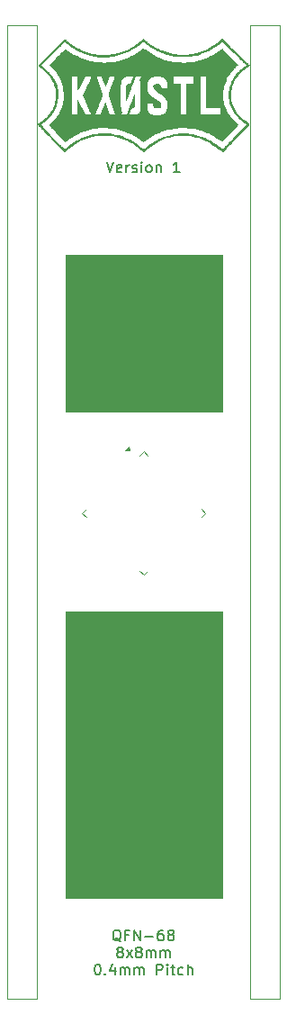
<source format=gbr>
G04 #@! TF.GenerationSoftware,KiCad,Pcbnew,9.0.6*
G04 #@! TF.CreationDate,2025-12-31T12:05:19-06:00*
G04 #@! TF.ProjectId,QFN-68_8x8,51464e2d-3638-45f3-9878-382e6b696361,rev?*
G04 #@! TF.SameCoordinates,Original*
G04 #@! TF.FileFunction,Legend,Top*
G04 #@! TF.FilePolarity,Positive*
%FSLAX46Y46*%
G04 Gerber Fmt 4.6, Leading zero omitted, Abs format (unit mm)*
G04 Created by KiCad (PCBNEW 9.0.6) date 2025-12-31 12:05:19*
%MOMM*%
%LPD*%
G01*
G04 APERTURE LIST*
G04 Aperture macros list*
%AMRoundRect*
0 Rectangle with rounded corners*
0 $1 Rounding radius*
0 $2 $3 $4 $5 $6 $7 $8 $9 X,Y pos of 4 corners*
0 Add a 4 corners polygon primitive as box body*
4,1,4,$2,$3,$4,$5,$6,$7,$8,$9,$2,$3,0*
0 Add four circle primitives for the rounded corners*
1,1,$1+$1,$2,$3*
1,1,$1+$1,$4,$5*
1,1,$1+$1,$6,$7*
1,1,$1+$1,$8,$9*
0 Add four rect primitives between the rounded corners*
20,1,$1+$1,$2,$3,$4,$5,0*
20,1,$1+$1,$4,$5,$6,$7,0*
20,1,$1+$1,$6,$7,$8,$9,0*
20,1,$1+$1,$8,$9,$2,$3,0*%
%AMRotRect*
0 Rectangle, with rotation*
0 The origin of the aperture is its center*
0 $1 length*
0 $2 width*
0 $3 Rotation angle, in degrees counterclockwise*
0 Add horizontal line*
21,1,$1,$2,0,0,$3*%
G04 Aperture macros list end*
%ADD10C,0.100000*%
%ADD11C,0.200000*%
%ADD12C,0.000000*%
%ADD13C,0.120000*%
%ADD14RotRect,5.200000X5.200000X315.000000*%
%ADD15RoundRect,0.050000X-0.437522X-0.366812X-0.366812X-0.437522X0.437522X0.366812X0.366812X0.437522X0*%
%ADD16RoundRect,0.050000X-0.437522X0.366812X0.366812X-0.437522X0.437522X-0.366812X-0.366812X0.437522X0*%
%ADD17C,1.700000*%
G04 APERTURE END LIST*
D10*
X131064000Y-96520000D02*
X145796000Y-96520000D01*
X145796000Y-111252000D01*
X131064000Y-111252000D01*
X131064000Y-96520000D01*
G36*
X131064000Y-96520000D02*
G01*
X145796000Y-96520000D01*
X145796000Y-111252000D01*
X131064000Y-111252000D01*
X131064000Y-96520000D01*
G37*
X131064000Y-130048000D02*
X145796000Y-130048000D01*
X145796000Y-156972000D01*
X131064000Y-156972000D01*
X131064000Y-130048000D01*
G36*
X131064000Y-130048000D02*
G01*
X145796000Y-130048000D01*
X145796000Y-156972000D01*
X131064000Y-156972000D01*
X131064000Y-130048000D01*
G37*
D11*
X134953809Y-87767219D02*
X135287142Y-88767219D01*
X135287142Y-88767219D02*
X135620475Y-87767219D01*
X136334761Y-88719600D02*
X136239523Y-88767219D01*
X136239523Y-88767219D02*
X136049047Y-88767219D01*
X136049047Y-88767219D02*
X135953809Y-88719600D01*
X135953809Y-88719600D02*
X135906190Y-88624361D01*
X135906190Y-88624361D02*
X135906190Y-88243409D01*
X135906190Y-88243409D02*
X135953809Y-88148171D01*
X135953809Y-88148171D02*
X136049047Y-88100552D01*
X136049047Y-88100552D02*
X136239523Y-88100552D01*
X136239523Y-88100552D02*
X136334761Y-88148171D01*
X136334761Y-88148171D02*
X136382380Y-88243409D01*
X136382380Y-88243409D02*
X136382380Y-88338647D01*
X136382380Y-88338647D02*
X135906190Y-88433885D01*
X136810952Y-88767219D02*
X136810952Y-88100552D01*
X136810952Y-88291028D02*
X136858571Y-88195790D01*
X136858571Y-88195790D02*
X136906190Y-88148171D01*
X136906190Y-88148171D02*
X137001428Y-88100552D01*
X137001428Y-88100552D02*
X137096666Y-88100552D01*
X137382381Y-88719600D02*
X137477619Y-88767219D01*
X137477619Y-88767219D02*
X137668095Y-88767219D01*
X137668095Y-88767219D02*
X137763333Y-88719600D01*
X137763333Y-88719600D02*
X137810952Y-88624361D01*
X137810952Y-88624361D02*
X137810952Y-88576742D01*
X137810952Y-88576742D02*
X137763333Y-88481504D01*
X137763333Y-88481504D02*
X137668095Y-88433885D01*
X137668095Y-88433885D02*
X137525238Y-88433885D01*
X137525238Y-88433885D02*
X137430000Y-88386266D01*
X137430000Y-88386266D02*
X137382381Y-88291028D01*
X137382381Y-88291028D02*
X137382381Y-88243409D01*
X137382381Y-88243409D02*
X137430000Y-88148171D01*
X137430000Y-88148171D02*
X137525238Y-88100552D01*
X137525238Y-88100552D02*
X137668095Y-88100552D01*
X137668095Y-88100552D02*
X137763333Y-88148171D01*
X138239524Y-88767219D02*
X138239524Y-88100552D01*
X138239524Y-87767219D02*
X138191905Y-87814838D01*
X138191905Y-87814838D02*
X138239524Y-87862457D01*
X138239524Y-87862457D02*
X138287143Y-87814838D01*
X138287143Y-87814838D02*
X138239524Y-87767219D01*
X138239524Y-87767219D02*
X138239524Y-87862457D01*
X138858571Y-88767219D02*
X138763333Y-88719600D01*
X138763333Y-88719600D02*
X138715714Y-88671980D01*
X138715714Y-88671980D02*
X138668095Y-88576742D01*
X138668095Y-88576742D02*
X138668095Y-88291028D01*
X138668095Y-88291028D02*
X138715714Y-88195790D01*
X138715714Y-88195790D02*
X138763333Y-88148171D01*
X138763333Y-88148171D02*
X138858571Y-88100552D01*
X138858571Y-88100552D02*
X139001428Y-88100552D01*
X139001428Y-88100552D02*
X139096666Y-88148171D01*
X139096666Y-88148171D02*
X139144285Y-88195790D01*
X139144285Y-88195790D02*
X139191904Y-88291028D01*
X139191904Y-88291028D02*
X139191904Y-88576742D01*
X139191904Y-88576742D02*
X139144285Y-88671980D01*
X139144285Y-88671980D02*
X139096666Y-88719600D01*
X139096666Y-88719600D02*
X139001428Y-88767219D01*
X139001428Y-88767219D02*
X138858571Y-88767219D01*
X139620476Y-88100552D02*
X139620476Y-88767219D01*
X139620476Y-88195790D02*
X139668095Y-88148171D01*
X139668095Y-88148171D02*
X139763333Y-88100552D01*
X139763333Y-88100552D02*
X139906190Y-88100552D01*
X139906190Y-88100552D02*
X140001428Y-88148171D01*
X140001428Y-88148171D02*
X140049047Y-88243409D01*
X140049047Y-88243409D02*
X140049047Y-88767219D01*
X141810952Y-88767219D02*
X141239524Y-88767219D01*
X141525238Y-88767219D02*
X141525238Y-87767219D01*
X141525238Y-87767219D02*
X141430000Y-87910076D01*
X141430000Y-87910076D02*
X141334762Y-88005314D01*
X141334762Y-88005314D02*
X141239524Y-88052933D01*
X136287142Y-161080569D02*
X136191904Y-161032950D01*
X136191904Y-161032950D02*
X136096666Y-160937712D01*
X136096666Y-160937712D02*
X135953809Y-160794854D01*
X135953809Y-160794854D02*
X135858571Y-160747235D01*
X135858571Y-160747235D02*
X135763333Y-160747235D01*
X135810952Y-160985331D02*
X135715714Y-160937712D01*
X135715714Y-160937712D02*
X135620476Y-160842473D01*
X135620476Y-160842473D02*
X135572857Y-160651997D01*
X135572857Y-160651997D02*
X135572857Y-160318664D01*
X135572857Y-160318664D02*
X135620476Y-160128188D01*
X135620476Y-160128188D02*
X135715714Y-160032950D01*
X135715714Y-160032950D02*
X135810952Y-159985331D01*
X135810952Y-159985331D02*
X136001428Y-159985331D01*
X136001428Y-159985331D02*
X136096666Y-160032950D01*
X136096666Y-160032950D02*
X136191904Y-160128188D01*
X136191904Y-160128188D02*
X136239523Y-160318664D01*
X136239523Y-160318664D02*
X136239523Y-160651997D01*
X136239523Y-160651997D02*
X136191904Y-160842473D01*
X136191904Y-160842473D02*
X136096666Y-160937712D01*
X136096666Y-160937712D02*
X136001428Y-160985331D01*
X136001428Y-160985331D02*
X135810952Y-160985331D01*
X137001428Y-160461521D02*
X136668095Y-160461521D01*
X136668095Y-160985331D02*
X136668095Y-159985331D01*
X136668095Y-159985331D02*
X137144285Y-159985331D01*
X137525238Y-160985331D02*
X137525238Y-159985331D01*
X137525238Y-159985331D02*
X138096666Y-160985331D01*
X138096666Y-160985331D02*
X138096666Y-159985331D01*
X138572857Y-160604378D02*
X139334762Y-160604378D01*
X140239523Y-159985331D02*
X140049047Y-159985331D01*
X140049047Y-159985331D02*
X139953809Y-160032950D01*
X139953809Y-160032950D02*
X139906190Y-160080569D01*
X139906190Y-160080569D02*
X139810952Y-160223426D01*
X139810952Y-160223426D02*
X139763333Y-160413902D01*
X139763333Y-160413902D02*
X139763333Y-160794854D01*
X139763333Y-160794854D02*
X139810952Y-160890092D01*
X139810952Y-160890092D02*
X139858571Y-160937712D01*
X139858571Y-160937712D02*
X139953809Y-160985331D01*
X139953809Y-160985331D02*
X140144285Y-160985331D01*
X140144285Y-160985331D02*
X140239523Y-160937712D01*
X140239523Y-160937712D02*
X140287142Y-160890092D01*
X140287142Y-160890092D02*
X140334761Y-160794854D01*
X140334761Y-160794854D02*
X140334761Y-160556759D01*
X140334761Y-160556759D02*
X140287142Y-160461521D01*
X140287142Y-160461521D02*
X140239523Y-160413902D01*
X140239523Y-160413902D02*
X140144285Y-160366283D01*
X140144285Y-160366283D02*
X139953809Y-160366283D01*
X139953809Y-160366283D02*
X139858571Y-160413902D01*
X139858571Y-160413902D02*
X139810952Y-160461521D01*
X139810952Y-160461521D02*
X139763333Y-160556759D01*
X140906190Y-160413902D02*
X140810952Y-160366283D01*
X140810952Y-160366283D02*
X140763333Y-160318664D01*
X140763333Y-160318664D02*
X140715714Y-160223426D01*
X140715714Y-160223426D02*
X140715714Y-160175807D01*
X140715714Y-160175807D02*
X140763333Y-160080569D01*
X140763333Y-160080569D02*
X140810952Y-160032950D01*
X140810952Y-160032950D02*
X140906190Y-159985331D01*
X140906190Y-159985331D02*
X141096666Y-159985331D01*
X141096666Y-159985331D02*
X141191904Y-160032950D01*
X141191904Y-160032950D02*
X141239523Y-160080569D01*
X141239523Y-160080569D02*
X141287142Y-160175807D01*
X141287142Y-160175807D02*
X141287142Y-160223426D01*
X141287142Y-160223426D02*
X141239523Y-160318664D01*
X141239523Y-160318664D02*
X141191904Y-160366283D01*
X141191904Y-160366283D02*
X141096666Y-160413902D01*
X141096666Y-160413902D02*
X140906190Y-160413902D01*
X140906190Y-160413902D02*
X140810952Y-160461521D01*
X140810952Y-160461521D02*
X140763333Y-160509140D01*
X140763333Y-160509140D02*
X140715714Y-160604378D01*
X140715714Y-160604378D02*
X140715714Y-160794854D01*
X140715714Y-160794854D02*
X140763333Y-160890092D01*
X140763333Y-160890092D02*
X140810952Y-160937712D01*
X140810952Y-160937712D02*
X140906190Y-160985331D01*
X140906190Y-160985331D02*
X141096666Y-160985331D01*
X141096666Y-160985331D02*
X141191904Y-160937712D01*
X141191904Y-160937712D02*
X141239523Y-160890092D01*
X141239523Y-160890092D02*
X141287142Y-160794854D01*
X141287142Y-160794854D02*
X141287142Y-160604378D01*
X141287142Y-160604378D02*
X141239523Y-160509140D01*
X141239523Y-160509140D02*
X141191904Y-160461521D01*
X141191904Y-160461521D02*
X141096666Y-160413902D01*
X136120476Y-162023846D02*
X136025238Y-161976227D01*
X136025238Y-161976227D02*
X135977619Y-161928608D01*
X135977619Y-161928608D02*
X135930000Y-161833370D01*
X135930000Y-161833370D02*
X135930000Y-161785751D01*
X135930000Y-161785751D02*
X135977619Y-161690513D01*
X135977619Y-161690513D02*
X136025238Y-161642894D01*
X136025238Y-161642894D02*
X136120476Y-161595275D01*
X136120476Y-161595275D02*
X136310952Y-161595275D01*
X136310952Y-161595275D02*
X136406190Y-161642894D01*
X136406190Y-161642894D02*
X136453809Y-161690513D01*
X136453809Y-161690513D02*
X136501428Y-161785751D01*
X136501428Y-161785751D02*
X136501428Y-161833370D01*
X136501428Y-161833370D02*
X136453809Y-161928608D01*
X136453809Y-161928608D02*
X136406190Y-161976227D01*
X136406190Y-161976227D02*
X136310952Y-162023846D01*
X136310952Y-162023846D02*
X136120476Y-162023846D01*
X136120476Y-162023846D02*
X136025238Y-162071465D01*
X136025238Y-162071465D02*
X135977619Y-162119084D01*
X135977619Y-162119084D02*
X135930000Y-162214322D01*
X135930000Y-162214322D02*
X135930000Y-162404798D01*
X135930000Y-162404798D02*
X135977619Y-162500036D01*
X135977619Y-162500036D02*
X136025238Y-162547656D01*
X136025238Y-162547656D02*
X136120476Y-162595275D01*
X136120476Y-162595275D02*
X136310952Y-162595275D01*
X136310952Y-162595275D02*
X136406190Y-162547656D01*
X136406190Y-162547656D02*
X136453809Y-162500036D01*
X136453809Y-162500036D02*
X136501428Y-162404798D01*
X136501428Y-162404798D02*
X136501428Y-162214322D01*
X136501428Y-162214322D02*
X136453809Y-162119084D01*
X136453809Y-162119084D02*
X136406190Y-162071465D01*
X136406190Y-162071465D02*
X136310952Y-162023846D01*
X136834762Y-162595275D02*
X137358571Y-161928608D01*
X136834762Y-161928608D02*
X137358571Y-162595275D01*
X137882381Y-162023846D02*
X137787143Y-161976227D01*
X137787143Y-161976227D02*
X137739524Y-161928608D01*
X137739524Y-161928608D02*
X137691905Y-161833370D01*
X137691905Y-161833370D02*
X137691905Y-161785751D01*
X137691905Y-161785751D02*
X137739524Y-161690513D01*
X137739524Y-161690513D02*
X137787143Y-161642894D01*
X137787143Y-161642894D02*
X137882381Y-161595275D01*
X137882381Y-161595275D02*
X138072857Y-161595275D01*
X138072857Y-161595275D02*
X138168095Y-161642894D01*
X138168095Y-161642894D02*
X138215714Y-161690513D01*
X138215714Y-161690513D02*
X138263333Y-161785751D01*
X138263333Y-161785751D02*
X138263333Y-161833370D01*
X138263333Y-161833370D02*
X138215714Y-161928608D01*
X138215714Y-161928608D02*
X138168095Y-161976227D01*
X138168095Y-161976227D02*
X138072857Y-162023846D01*
X138072857Y-162023846D02*
X137882381Y-162023846D01*
X137882381Y-162023846D02*
X137787143Y-162071465D01*
X137787143Y-162071465D02*
X137739524Y-162119084D01*
X137739524Y-162119084D02*
X137691905Y-162214322D01*
X137691905Y-162214322D02*
X137691905Y-162404798D01*
X137691905Y-162404798D02*
X137739524Y-162500036D01*
X137739524Y-162500036D02*
X137787143Y-162547656D01*
X137787143Y-162547656D02*
X137882381Y-162595275D01*
X137882381Y-162595275D02*
X138072857Y-162595275D01*
X138072857Y-162595275D02*
X138168095Y-162547656D01*
X138168095Y-162547656D02*
X138215714Y-162500036D01*
X138215714Y-162500036D02*
X138263333Y-162404798D01*
X138263333Y-162404798D02*
X138263333Y-162214322D01*
X138263333Y-162214322D02*
X138215714Y-162119084D01*
X138215714Y-162119084D02*
X138168095Y-162071465D01*
X138168095Y-162071465D02*
X138072857Y-162023846D01*
X138691905Y-162595275D02*
X138691905Y-161928608D01*
X138691905Y-162023846D02*
X138739524Y-161976227D01*
X138739524Y-161976227D02*
X138834762Y-161928608D01*
X138834762Y-161928608D02*
X138977619Y-161928608D01*
X138977619Y-161928608D02*
X139072857Y-161976227D01*
X139072857Y-161976227D02*
X139120476Y-162071465D01*
X139120476Y-162071465D02*
X139120476Y-162595275D01*
X139120476Y-162071465D02*
X139168095Y-161976227D01*
X139168095Y-161976227D02*
X139263333Y-161928608D01*
X139263333Y-161928608D02*
X139406190Y-161928608D01*
X139406190Y-161928608D02*
X139501429Y-161976227D01*
X139501429Y-161976227D02*
X139549048Y-162071465D01*
X139549048Y-162071465D02*
X139549048Y-162595275D01*
X140025238Y-162595275D02*
X140025238Y-161928608D01*
X140025238Y-162023846D02*
X140072857Y-161976227D01*
X140072857Y-161976227D02*
X140168095Y-161928608D01*
X140168095Y-161928608D02*
X140310952Y-161928608D01*
X140310952Y-161928608D02*
X140406190Y-161976227D01*
X140406190Y-161976227D02*
X140453809Y-162071465D01*
X140453809Y-162071465D02*
X140453809Y-162595275D01*
X140453809Y-162071465D02*
X140501428Y-161976227D01*
X140501428Y-161976227D02*
X140596666Y-161928608D01*
X140596666Y-161928608D02*
X140739523Y-161928608D01*
X140739523Y-161928608D02*
X140834762Y-161976227D01*
X140834762Y-161976227D02*
X140882381Y-162071465D01*
X140882381Y-162071465D02*
X140882381Y-162595275D01*
X134049048Y-163205219D02*
X134144286Y-163205219D01*
X134144286Y-163205219D02*
X134239524Y-163252838D01*
X134239524Y-163252838D02*
X134287143Y-163300457D01*
X134287143Y-163300457D02*
X134334762Y-163395695D01*
X134334762Y-163395695D02*
X134382381Y-163586171D01*
X134382381Y-163586171D02*
X134382381Y-163824266D01*
X134382381Y-163824266D02*
X134334762Y-164014742D01*
X134334762Y-164014742D02*
X134287143Y-164109980D01*
X134287143Y-164109980D02*
X134239524Y-164157600D01*
X134239524Y-164157600D02*
X134144286Y-164205219D01*
X134144286Y-164205219D02*
X134049048Y-164205219D01*
X134049048Y-164205219D02*
X133953810Y-164157600D01*
X133953810Y-164157600D02*
X133906191Y-164109980D01*
X133906191Y-164109980D02*
X133858572Y-164014742D01*
X133858572Y-164014742D02*
X133810953Y-163824266D01*
X133810953Y-163824266D02*
X133810953Y-163586171D01*
X133810953Y-163586171D02*
X133858572Y-163395695D01*
X133858572Y-163395695D02*
X133906191Y-163300457D01*
X133906191Y-163300457D02*
X133953810Y-163252838D01*
X133953810Y-163252838D02*
X134049048Y-163205219D01*
X134810953Y-164109980D02*
X134858572Y-164157600D01*
X134858572Y-164157600D02*
X134810953Y-164205219D01*
X134810953Y-164205219D02*
X134763334Y-164157600D01*
X134763334Y-164157600D02*
X134810953Y-164109980D01*
X134810953Y-164109980D02*
X134810953Y-164205219D01*
X135715714Y-163538552D02*
X135715714Y-164205219D01*
X135477619Y-163157600D02*
X135239524Y-163871885D01*
X135239524Y-163871885D02*
X135858571Y-163871885D01*
X136239524Y-164205219D02*
X136239524Y-163538552D01*
X136239524Y-163633790D02*
X136287143Y-163586171D01*
X136287143Y-163586171D02*
X136382381Y-163538552D01*
X136382381Y-163538552D02*
X136525238Y-163538552D01*
X136525238Y-163538552D02*
X136620476Y-163586171D01*
X136620476Y-163586171D02*
X136668095Y-163681409D01*
X136668095Y-163681409D02*
X136668095Y-164205219D01*
X136668095Y-163681409D02*
X136715714Y-163586171D01*
X136715714Y-163586171D02*
X136810952Y-163538552D01*
X136810952Y-163538552D02*
X136953809Y-163538552D01*
X136953809Y-163538552D02*
X137049048Y-163586171D01*
X137049048Y-163586171D02*
X137096667Y-163681409D01*
X137096667Y-163681409D02*
X137096667Y-164205219D01*
X137572857Y-164205219D02*
X137572857Y-163538552D01*
X137572857Y-163633790D02*
X137620476Y-163586171D01*
X137620476Y-163586171D02*
X137715714Y-163538552D01*
X137715714Y-163538552D02*
X137858571Y-163538552D01*
X137858571Y-163538552D02*
X137953809Y-163586171D01*
X137953809Y-163586171D02*
X138001428Y-163681409D01*
X138001428Y-163681409D02*
X138001428Y-164205219D01*
X138001428Y-163681409D02*
X138049047Y-163586171D01*
X138049047Y-163586171D02*
X138144285Y-163538552D01*
X138144285Y-163538552D02*
X138287142Y-163538552D01*
X138287142Y-163538552D02*
X138382381Y-163586171D01*
X138382381Y-163586171D02*
X138430000Y-163681409D01*
X138430000Y-163681409D02*
X138430000Y-164205219D01*
X139668095Y-164205219D02*
X139668095Y-163205219D01*
X139668095Y-163205219D02*
X140049047Y-163205219D01*
X140049047Y-163205219D02*
X140144285Y-163252838D01*
X140144285Y-163252838D02*
X140191904Y-163300457D01*
X140191904Y-163300457D02*
X140239523Y-163395695D01*
X140239523Y-163395695D02*
X140239523Y-163538552D01*
X140239523Y-163538552D02*
X140191904Y-163633790D01*
X140191904Y-163633790D02*
X140144285Y-163681409D01*
X140144285Y-163681409D02*
X140049047Y-163729028D01*
X140049047Y-163729028D02*
X139668095Y-163729028D01*
X140668095Y-164205219D02*
X140668095Y-163538552D01*
X140668095Y-163205219D02*
X140620476Y-163252838D01*
X140620476Y-163252838D02*
X140668095Y-163300457D01*
X140668095Y-163300457D02*
X140715714Y-163252838D01*
X140715714Y-163252838D02*
X140668095Y-163205219D01*
X140668095Y-163205219D02*
X140668095Y-163300457D01*
X141001428Y-163538552D02*
X141382380Y-163538552D01*
X141144285Y-163205219D02*
X141144285Y-164062361D01*
X141144285Y-164062361D02*
X141191904Y-164157600D01*
X141191904Y-164157600D02*
X141287142Y-164205219D01*
X141287142Y-164205219D02*
X141382380Y-164205219D01*
X142144285Y-164157600D02*
X142049047Y-164205219D01*
X142049047Y-164205219D02*
X141858571Y-164205219D01*
X141858571Y-164205219D02*
X141763333Y-164157600D01*
X141763333Y-164157600D02*
X141715714Y-164109980D01*
X141715714Y-164109980D02*
X141668095Y-164014742D01*
X141668095Y-164014742D02*
X141668095Y-163729028D01*
X141668095Y-163729028D02*
X141715714Y-163633790D01*
X141715714Y-163633790D02*
X141763333Y-163586171D01*
X141763333Y-163586171D02*
X141858571Y-163538552D01*
X141858571Y-163538552D02*
X142049047Y-163538552D01*
X142049047Y-163538552D02*
X142144285Y-163586171D01*
X142572857Y-164205219D02*
X142572857Y-163205219D01*
X143001428Y-164205219D02*
X143001428Y-163681409D01*
X143001428Y-163681409D02*
X142953809Y-163586171D01*
X142953809Y-163586171D02*
X142858571Y-163538552D01*
X142858571Y-163538552D02*
X142715714Y-163538552D01*
X142715714Y-163538552D02*
X142620476Y-163586171D01*
X142620476Y-163586171D02*
X142572857Y-163633790D01*
D12*
G36*
X145866048Y-76170944D02*
G01*
X145896040Y-76206097D01*
X145926741Y-76240830D01*
X145959724Y-76276776D01*
X145996557Y-76315571D01*
X146038813Y-76358849D01*
X146088063Y-76408246D01*
X146145876Y-76465396D01*
X146199353Y-76517801D01*
X146238590Y-76556188D01*
X146287618Y-76604230D01*
X146345101Y-76660613D01*
X146409702Y-76724023D01*
X146480083Y-76793147D01*
X146554908Y-76866672D01*
X146632838Y-76943282D01*
X146712538Y-77021665D01*
X146792669Y-77100507D01*
X146871894Y-77178493D01*
X146895364Y-77201604D01*
X146981592Y-77286491D01*
X147074708Y-77378111D01*
X147172651Y-77474439D01*
X147273359Y-77573447D01*
X147374768Y-77673109D01*
X147474818Y-77771398D01*
X147571444Y-77866288D01*
X147662585Y-77955752D01*
X147746179Y-78037764D01*
X147801670Y-78092173D01*
X147899833Y-78188412D01*
X147987401Y-78274317D01*
X148064958Y-78350474D01*
X148133087Y-78417468D01*
X148192373Y-78475884D01*
X148243397Y-78526308D01*
X148286743Y-78569324D01*
X148322996Y-78605519D01*
X148352737Y-78635478D01*
X148376551Y-78659785D01*
X148395020Y-78679027D01*
X148408729Y-78693789D01*
X148418260Y-78704655D01*
X148424198Y-78712212D01*
X148427124Y-78717045D01*
X148427623Y-78719739D01*
X148427461Y-78720109D01*
X148419915Y-78726896D01*
X148402014Y-78740945D01*
X148376131Y-78760454D01*
X148344636Y-78783617D01*
X148330712Y-78793708D01*
X148291792Y-78822163D01*
X148251926Y-78851940D01*
X148215493Y-78879730D01*
X148186873Y-78902223D01*
X148183997Y-78904552D01*
X148157733Y-78925626D01*
X148123023Y-78953072D01*
X148083834Y-78983770D01*
X148044135Y-79014603D01*
X148032153Y-79023850D01*
X147870045Y-79153283D01*
X147718470Y-79283596D01*
X147578369Y-79413877D01*
X147450684Y-79543215D01*
X147336359Y-79670698D01*
X147240827Y-79789463D01*
X147122057Y-79958748D01*
X147017026Y-80134856D01*
X146925621Y-80318071D01*
X146847730Y-80508677D01*
X146783242Y-80706957D01*
X146732046Y-80913197D01*
X146694029Y-81127679D01*
X146683682Y-81205855D01*
X146677408Y-81272124D01*
X146672919Y-81349901D01*
X146670217Y-81435306D01*
X146669305Y-81524456D01*
X146670185Y-81613469D01*
X146672858Y-81698462D01*
X146677328Y-81775555D01*
X146683332Y-81838706D01*
X146715736Y-82046875D01*
X146761666Y-82247240D01*
X146821171Y-82439906D01*
X146894300Y-82624980D01*
X146981103Y-82802566D01*
X147081629Y-82972771D01*
X147195928Y-83135699D01*
X147324049Y-83291456D01*
X147402576Y-83376338D01*
X147455217Y-83428813D01*
X147519571Y-83489153D01*
X147595789Y-83557487D01*
X147684025Y-83633945D01*
X147784430Y-83718654D01*
X147897157Y-83811746D01*
X148022359Y-83913348D01*
X148160189Y-84023591D01*
X148254783Y-84098493D01*
X148299542Y-84134154D01*
X148340120Y-84167145D01*
X148374922Y-84196118D01*
X148402355Y-84219723D01*
X148420824Y-84236610D01*
X148428737Y-84245432D01*
X148428903Y-84245889D01*
X148423775Y-84252657D01*
X148408186Y-84270251D01*
X148382527Y-84298260D01*
X148347193Y-84336270D01*
X148302576Y-84383868D01*
X148249069Y-84440641D01*
X148187065Y-84506176D01*
X148116956Y-84580059D01*
X148039136Y-84661878D01*
X147953998Y-84751219D01*
X147861934Y-84847669D01*
X147763337Y-84950816D01*
X147658600Y-85060245D01*
X147548117Y-85175545D01*
X147432279Y-85296301D01*
X147311481Y-85422101D01*
X147195763Y-85542496D01*
X147080353Y-85662516D01*
X146967537Y-85779831D01*
X146857813Y-85893922D01*
X146751682Y-86004269D01*
X146649643Y-86110355D01*
X146552196Y-86211660D01*
X146459839Y-86307665D01*
X146373072Y-86397850D01*
X146292395Y-86481698D01*
X146218307Y-86558688D01*
X146151307Y-86628302D01*
X146091895Y-86690021D01*
X146040571Y-86743325D01*
X145997833Y-86787696D01*
X145964181Y-86822615D01*
X145940115Y-86847562D01*
X145926134Y-86862019D01*
X145923112Y-86865121D01*
X145885875Y-86902947D01*
X145683545Y-86739738D01*
X145587632Y-86662693D01*
X145501703Y-86594419D01*
X145423879Y-86533511D01*
X145352286Y-86478565D01*
X145285047Y-86428176D01*
X145220286Y-86380939D01*
X145156127Y-86335450D01*
X145090692Y-86290304D01*
X145022107Y-86244097D01*
X145016342Y-86240255D01*
X144810050Y-86108558D01*
X144600171Y-85985597D01*
X144388559Y-85872286D01*
X144177069Y-85769539D01*
X143967556Y-85678270D01*
X143761875Y-85599394D01*
X143617819Y-85550985D01*
X143362799Y-85478747D01*
X143101639Y-85420867D01*
X142834368Y-85377348D01*
X142561018Y-85348193D01*
X142281617Y-85333406D01*
X141996197Y-85332988D01*
X141704788Y-85346943D01*
X141563005Y-85358728D01*
X141321717Y-85388453D01*
X141079357Y-85431932D01*
X140838376Y-85488506D01*
X140601224Y-85557515D01*
X140370350Y-85638300D01*
X140148205Y-85730200D01*
X140098071Y-85753088D01*
X140060386Y-85770595D01*
X140021003Y-85788864D01*
X139986660Y-85804769D01*
X139976970Y-85809249D01*
X139868968Y-85862187D01*
X139752213Y-85924974D01*
X139628805Y-85996216D01*
X139500846Y-86074520D01*
X139370435Y-86158493D01*
X139239675Y-86246742D01*
X139110666Y-86337875D01*
X138985508Y-86430498D01*
X138866304Y-86523219D01*
X138755152Y-86614645D01*
X138730799Y-86635471D01*
X138698238Y-86663542D01*
X138657696Y-86698503D01*
X138613025Y-86737032D01*
X138568072Y-86775811D01*
X138537527Y-86802165D01*
X138501095Y-86832984D01*
X138467898Y-86859911D01*
X138440004Y-86881361D01*
X138419481Y-86895746D01*
X138408400Y-86901480D01*
X138407958Y-86901518D01*
X138395222Y-86894965D01*
X138377759Y-86876892D01*
X138363273Y-86857584D01*
X138340311Y-86828922D01*
X138305110Y-86791677D01*
X138258169Y-86746315D01*
X138199987Y-86693302D01*
X138131065Y-86633104D01*
X138051900Y-86566188D01*
X138047132Y-86562216D01*
X137815044Y-86377900D01*
X137579897Y-86208816D01*
X137341403Y-86054820D01*
X137099271Y-85915764D01*
X136853211Y-85791503D01*
X136602935Y-85681891D01*
X136348152Y-85586783D01*
X136088572Y-85506031D01*
X135823906Y-85439491D01*
X135813698Y-85437230D01*
X135572902Y-85390965D01*
X135324140Y-85356227D01*
X135070149Y-85333155D01*
X134813666Y-85321889D01*
X134557426Y-85322570D01*
X134304165Y-85335338D01*
X134132860Y-85351237D01*
X133862343Y-85389074D01*
X133594729Y-85442223D01*
X133330234Y-85510602D01*
X133069074Y-85594128D01*
X132811467Y-85692720D01*
X132557630Y-85806296D01*
X132307779Y-85934773D01*
X132062131Y-86078069D01*
X131855377Y-86212430D01*
X131793555Y-86254985D01*
X131734892Y-86296361D01*
X131677000Y-86338345D01*
X131617489Y-86382728D01*
X131553970Y-86431298D01*
X131484055Y-86485843D01*
X131405354Y-86548154D01*
X131378785Y-86569339D01*
X131301144Y-86631209D01*
X131229613Y-86687970D01*
X131165123Y-86738892D01*
X131108608Y-86783243D01*
X131061000Y-86820293D01*
X131023232Y-86849311D01*
X130996237Y-86869567D01*
X130987567Y-86875830D01*
X130963560Y-86892796D01*
X130385968Y-86286450D01*
X130234042Y-86126954D01*
X130092300Y-85978131D01*
X129960142Y-85839351D01*
X129836966Y-85709978D01*
X129722171Y-85589380D01*
X129615157Y-85476925D01*
X129515324Y-85371978D01*
X129422070Y-85273906D01*
X129334794Y-85182078D01*
X129252896Y-85095858D01*
X129175774Y-85014615D01*
X129102829Y-84937716D01*
X129033460Y-84864526D01*
X128967065Y-84794414D01*
X128903043Y-84726745D01*
X128840795Y-84660887D01*
X128779719Y-84596206D01*
X128719214Y-84532070D01*
X128658680Y-84467846D01*
X128597516Y-84402900D01*
X128535121Y-84336598D01*
X128474802Y-84272463D01*
X128782257Y-84272463D01*
X128970604Y-84471688D01*
X129159790Y-84671682D01*
X129340416Y-84862380D01*
X129514545Y-85045948D01*
X129684236Y-85224554D01*
X129851549Y-85400364D01*
X130018544Y-85575546D01*
X130187283Y-85752265D01*
X130359826Y-85932688D01*
X130363097Y-85936106D01*
X130438249Y-86014641D01*
X130511321Y-86091022D01*
X130581459Y-86164354D01*
X130647808Y-86233742D01*
X130709513Y-86298292D01*
X130765719Y-86357109D01*
X130815572Y-86409299D01*
X130858217Y-86453967D01*
X130892798Y-86490219D01*
X130918462Y-86517160D01*
X130934352Y-86533896D01*
X130936359Y-86536021D01*
X130962455Y-86563165D01*
X130980448Y-86580152D01*
X130992529Y-86588582D01*
X131000889Y-86590054D01*
X131006487Y-86587204D01*
X131016837Y-86578628D01*
X131036454Y-86562057D01*
X131062753Y-86539687D01*
X131093151Y-86513709D01*
X131101235Y-86506782D01*
X131342534Y-86309017D01*
X131587415Y-86126443D01*
X131835971Y-85959017D01*
X132088298Y-85806697D01*
X132344488Y-85669442D01*
X132604636Y-85547210D01*
X132868836Y-85439960D01*
X133137181Y-85347649D01*
X133409766Y-85270236D01*
X133686685Y-85207678D01*
X133968031Y-85159936D01*
X134195364Y-85132479D01*
X134484916Y-85110925D01*
X134770611Y-85104343D01*
X135052607Y-85112776D01*
X135331060Y-85136266D01*
X135606126Y-85174856D01*
X135877963Y-85228589D01*
X136146728Y-85297509D01*
X136412576Y-85381658D01*
X136675665Y-85481079D01*
X136936151Y-85595814D01*
X137194192Y-85725908D01*
X137449943Y-85871403D01*
X137703562Y-86032342D01*
X137851839Y-86134259D01*
X137941692Y-86199158D01*
X138036864Y-86270371D01*
X138133508Y-86344896D01*
X138227775Y-86419729D01*
X138315817Y-86491866D01*
X138381910Y-86547977D01*
X138439296Y-86597670D01*
X138461281Y-86579662D01*
X138473885Y-86569199D01*
X138496236Y-86550506D01*
X138526137Y-86525425D01*
X138561391Y-86495799D01*
X138599800Y-86463472D01*
X138607033Y-86457379D01*
X138740693Y-86348380D01*
X138883664Y-86238421D01*
X139032236Y-86130135D01*
X139182695Y-86026149D01*
X139331329Y-85929096D01*
X139474426Y-85841603D01*
X139484752Y-85835546D01*
X139607057Y-85766854D01*
X139739567Y-85697532D01*
X139878583Y-85629284D01*
X140020405Y-85563815D01*
X140161334Y-85502829D01*
X140297671Y-85448029D01*
X140425716Y-85401120D01*
X140434029Y-85398259D01*
X140706360Y-85313105D01*
X140981333Y-85243333D01*
X141259033Y-85188929D01*
X141539547Y-85149881D01*
X141822959Y-85126176D01*
X142109355Y-85117802D01*
X142313263Y-85121111D01*
X142590362Y-85137796D01*
X142862998Y-85168518D01*
X143131699Y-85213446D01*
X143396990Y-85272749D01*
X143659399Y-85346596D01*
X143919451Y-85435156D01*
X144177675Y-85538599D01*
X144434596Y-85657094D01*
X144690742Y-85790811D01*
X144946638Y-85939917D01*
X145036725Y-85996079D01*
X145212380Y-86111308D01*
X145385933Y-86233144D01*
X145560798Y-86364053D01*
X145713279Y-86484512D01*
X145851587Y-86596258D01*
X145940537Y-86504733D01*
X145958819Y-86485816D01*
X145986979Y-86456537D01*
X146024110Y-86417842D01*
X146069309Y-86370676D01*
X146121668Y-86315988D01*
X146180284Y-86254722D01*
X146244249Y-86187825D01*
X146312660Y-86116244D01*
X146384610Y-86040926D01*
X146459195Y-85962816D01*
X146535508Y-85882861D01*
X146555040Y-85862391D01*
X146647948Y-85765030D01*
X146730923Y-85678109D01*
X146804813Y-85600756D01*
X146870461Y-85532096D01*
X146928713Y-85471256D01*
X146980415Y-85417362D01*
X147026411Y-85369541D01*
X147067547Y-85326918D01*
X147104668Y-85288621D01*
X147138620Y-85253774D01*
X147170248Y-85221505D01*
X147200397Y-85190940D01*
X147229912Y-85161205D01*
X147259639Y-85131426D01*
X147290422Y-85100729D01*
X147323108Y-85068242D01*
X147329027Y-85062367D01*
X147361297Y-85030041D01*
X147389334Y-85001385D01*
X147411389Y-84978235D01*
X147425709Y-84962428D01*
X147430553Y-84955875D01*
X147435831Y-84948969D01*
X147450665Y-84932594D01*
X147473557Y-84908325D01*
X147503008Y-84877739D01*
X147537520Y-84842409D01*
X147565327Y-84814245D01*
X147604739Y-84774347D01*
X147652403Y-84725844D01*
X147705730Y-84671383D01*
X147762132Y-84613615D01*
X147819020Y-84555187D01*
X147873807Y-84498750D01*
X147897591Y-84474187D01*
X148095080Y-84270030D01*
X148065743Y-84245848D01*
X148047431Y-84231721D01*
X148033882Y-84223010D01*
X148030222Y-84221665D01*
X148022139Y-84216840D01*
X148005030Y-84203774D01*
X147981568Y-84184579D01*
X147959732Y-84165979D01*
X147931898Y-84142319D01*
X147895334Y-84111882D01*
X147853575Y-84077577D01*
X147810157Y-84042311D01*
X147778231Y-84016662D01*
X147741302Y-83986863D01*
X147708488Y-83959827D01*
X147681805Y-83937260D01*
X147663270Y-83920868D01*
X147654898Y-83912359D01*
X147654788Y-83912182D01*
X147642899Y-83902470D01*
X147637209Y-83901333D01*
X147627057Y-83897434D01*
X147625878Y-83894334D01*
X147620259Y-83886939D01*
X147604861Y-83871571D01*
X147581874Y-83850302D01*
X147553489Y-83825203D01*
X147545795Y-83818563D01*
X147431163Y-83717368D01*
X147328376Y-83620507D01*
X147235186Y-83525552D01*
X147149349Y-83430080D01*
X147068619Y-83331664D01*
X146990751Y-83227881D01*
X146964116Y-83190352D01*
X146855025Y-83021649D01*
X146757314Y-82843908D01*
X146671703Y-82658970D01*
X146598916Y-82468679D01*
X146539673Y-82274879D01*
X146494695Y-82079411D01*
X146470188Y-81928556D01*
X146449009Y-81710366D01*
X146443083Y-81492459D01*
X146452204Y-81275644D01*
X146476166Y-81060728D01*
X146514764Y-80848519D01*
X146567792Y-80639825D01*
X146635044Y-80435452D01*
X146716313Y-80236210D01*
X146811395Y-80042905D01*
X146920083Y-79856346D01*
X147042171Y-79677340D01*
X147044917Y-79673613D01*
X147065245Y-79645561D01*
X147081551Y-79622089D01*
X147091901Y-79606041D01*
X147094595Y-79600514D01*
X147100128Y-79592134D01*
X147113503Y-79579853D01*
X147114128Y-79579359D01*
X147127779Y-79566307D01*
X147133655Y-79556102D01*
X147133660Y-79555920D01*
X147139256Y-79545875D01*
X147152761Y-79532822D01*
X147153193Y-79532481D01*
X147166876Y-79519068D01*
X147172722Y-79508079D01*
X147172725Y-79507918D01*
X147178377Y-79497825D01*
X147192612Y-79483201D01*
X147200071Y-79476900D01*
X147216628Y-79462114D01*
X147226346Y-79450391D01*
X147227416Y-79447418D01*
X147232743Y-79439961D01*
X147247565Y-79423381D01*
X147270143Y-79399415D01*
X147298737Y-79369802D01*
X147331608Y-79336279D01*
X147367018Y-79300585D01*
X147403226Y-79264456D01*
X147438494Y-79229632D01*
X147471083Y-79197850D01*
X147499253Y-79170847D01*
X147521265Y-79150362D01*
X147535380Y-79138133D01*
X147539651Y-79135415D01*
X147548370Y-79129792D01*
X147562589Y-79115414D01*
X147572126Y-79104163D01*
X147588266Y-79086272D01*
X147601855Y-79074963D01*
X147606959Y-79072911D01*
X147617866Y-79067379D01*
X147632713Y-79053666D01*
X147636398Y-79049472D01*
X147650856Y-79034446D01*
X147662095Y-79026439D01*
X147663871Y-79026033D01*
X147673679Y-79020446D01*
X147686623Y-79006960D01*
X147686986Y-79006501D01*
X147699236Y-78992921D01*
X147707703Y-78986979D01*
X147707895Y-78986968D01*
X147715825Y-78982352D01*
X147733251Y-78969796D01*
X147757566Y-78951244D01*
X147784900Y-78929648D01*
X147819149Y-78902475D01*
X147854620Y-78874831D01*
X147886349Y-78850562D01*
X147903395Y-78837845D01*
X147929479Y-78818291D01*
X147962842Y-78792667D01*
X147998618Y-78764732D01*
X148023371Y-78745116D01*
X148096312Y-78686869D01*
X147999795Y-78592763D01*
X147979732Y-78573150D01*
X147949524Y-78543548D01*
X147910163Y-78504930D01*
X147862637Y-78458270D01*
X147807938Y-78404540D01*
X147747057Y-78344715D01*
X147680984Y-78279767D01*
X147610709Y-78210670D01*
X147537223Y-78138397D01*
X147461516Y-78063921D01*
X147395158Y-77998626D01*
X147316621Y-77921379D01*
X147233936Y-77840123D01*
X147147872Y-77755610D01*
X147059196Y-77668592D01*
X146968677Y-77579818D01*
X146877083Y-77490041D01*
X146785182Y-77400011D01*
X146693742Y-77310480D01*
X146603532Y-77222198D01*
X146515321Y-77135916D01*
X146429875Y-77052386D01*
X146347964Y-76972358D01*
X146270356Y-76896584D01*
X146197819Y-76825815D01*
X146131120Y-76760801D01*
X146071030Y-76702294D01*
X146018315Y-76651044D01*
X145973744Y-76607804D01*
X145938085Y-76573323D01*
X145912107Y-76548353D01*
X145897495Y-76534499D01*
X145873135Y-76512841D01*
X145856040Y-76500867D01*
X145842958Y-76496703D01*
X145833535Y-76497651D01*
X145821048Y-76504312D01*
X145799475Y-76519441D01*
X145771386Y-76541095D01*
X145739347Y-76567333D01*
X145723102Y-76581173D01*
X145501848Y-76761979D01*
X145269877Y-76931924D01*
X145028161Y-77090517D01*
X144777671Y-77237267D01*
X144519378Y-77371684D01*
X144254254Y-77493276D01*
X143983270Y-77601555D01*
X143707397Y-77696028D01*
X143427608Y-77776206D01*
X143289674Y-77810057D01*
X143083043Y-77853231D01*
X142876069Y-77886733D01*
X142665712Y-77910896D01*
X142448930Y-77926051D01*
X142222682Y-77932530D01*
X142164604Y-77932833D01*
X141939180Y-77929105D01*
X141722655Y-77917226D01*
X141510992Y-77896715D01*
X141300151Y-77867088D01*
X141086094Y-77827860D01*
X140864784Y-77778549D01*
X140853694Y-77775868D01*
X140799123Y-77762159D01*
X140739700Y-77746410D01*
X140677290Y-77729193D01*
X140613759Y-77711077D01*
X140550975Y-77692634D01*
X140490803Y-77674433D01*
X140435110Y-77657044D01*
X140385761Y-77641039D01*
X140344622Y-77626988D01*
X140313560Y-77615460D01*
X140294441Y-77607027D01*
X140289197Y-77603325D01*
X140279743Y-77598138D01*
X140260022Y-77591871D01*
X140244273Y-77588071D01*
X140221589Y-77581984D01*
X140206803Y-77575670D01*
X140203546Y-77572172D01*
X140196856Y-77566784D01*
X140184014Y-77565006D01*
X140169326Y-77562671D01*
X140164481Y-77558192D01*
X140157580Y-77552829D01*
X140140331Y-77547694D01*
X140133229Y-77546380D01*
X140113691Y-77541549D01*
X140102793Y-77535543D01*
X140101978Y-77533662D01*
X140095308Y-77527797D01*
X140083003Y-77525941D01*
X140063184Y-77521263D01*
X140052309Y-77514222D01*
X140036859Y-77504485D01*
X140027754Y-77502502D01*
X140011873Y-77497285D01*
X140003199Y-77490783D01*
X139986273Y-77481430D01*
X139972505Y-77479063D01*
X139958085Y-77476755D01*
X139953531Y-77472504D01*
X139946989Y-77464713D01*
X139931500Y-77456070D01*
X139913272Y-77449541D01*
X139901821Y-77447811D01*
X139886776Y-77442634D01*
X139878191Y-77436092D01*
X139861151Y-77426631D01*
X139848056Y-77424372D01*
X139829080Y-77420233D01*
X139819315Y-77414170D01*
X139809740Y-77407918D01*
X139788229Y-77395691D01*
X139756789Y-77378572D01*
X139717428Y-77357640D01*
X139672152Y-77333977D01*
X139633199Y-77313899D01*
X139451541Y-77217339D01*
X139279109Y-77118224D01*
X139112554Y-77014374D01*
X138948524Y-76903609D01*
X138783670Y-76783750D01*
X138614642Y-76652616D01*
X138604409Y-76644433D01*
X138549938Y-76601442D01*
X138505691Y-76568120D01*
X138470283Y-76543680D01*
X138442329Y-76527332D01*
X138420441Y-76518289D01*
X138403236Y-76515760D01*
X138389328Y-76518959D01*
X138386492Y-76520398D01*
X138375858Y-76528107D01*
X138355885Y-76544133D01*
X138328982Y-76566485D01*
X138297559Y-76593176D01*
X138279920Y-76608379D01*
X138112265Y-76746322D01*
X137930888Y-76881842D01*
X137737642Y-77013788D01*
X137534379Y-77141007D01*
X137322953Y-77262349D01*
X137105216Y-77376661D01*
X136883020Y-77482791D01*
X136848977Y-77498133D01*
X136615763Y-77595588D01*
X136374428Y-77683382D01*
X136128043Y-77760616D01*
X135879678Y-77826395D01*
X135632403Y-77879821D01*
X135418096Y-77915914D01*
X135346714Y-77926046D01*
X135283011Y-77934477D01*
X135224497Y-77941359D01*
X135168679Y-77946845D01*
X135113067Y-77951088D01*
X135055170Y-77954240D01*
X134992497Y-77956455D01*
X134922555Y-77957885D01*
X134842855Y-77958682D01*
X134750905Y-77959000D01*
X134714927Y-77959026D01*
X134622423Y-77958910D01*
X134543591Y-77958479D01*
X134476478Y-77957678D01*
X134419132Y-77956451D01*
X134369601Y-77954743D01*
X134325933Y-77952497D01*
X134286175Y-77949659D01*
X134248375Y-77946171D01*
X134242242Y-77945535D01*
X133992433Y-77914201D01*
X133748919Y-77873579D01*
X133514771Y-77824203D01*
X133444432Y-77807169D01*
X133381338Y-77791071D01*
X133320896Y-77775036D01*
X133265024Y-77759626D01*
X133215640Y-77745400D01*
X133174663Y-77732918D01*
X133144010Y-77722740D01*
X133125602Y-77715425D01*
X133121470Y-77712906D01*
X133108109Y-77706911D01*
X133097470Y-77705640D01*
X133080597Y-77703223D01*
X133057128Y-77697132D01*
X133032378Y-77689108D01*
X133011659Y-77680892D01*
X133000287Y-77674222D01*
X132999842Y-77673667D01*
X132990886Y-77668976D01*
X132970626Y-77661817D01*
X132942916Y-77653510D01*
X132933568Y-77650949D01*
X132904351Y-77642541D01*
X132881409Y-77634855D01*
X132868596Y-77629219D01*
X132867294Y-77628111D01*
X132857619Y-77622817D01*
X132838818Y-77617532D01*
X132833952Y-77616563D01*
X132815165Y-77611362D01*
X132805158Y-77605188D01*
X132804654Y-77603717D01*
X132797965Y-77598109D01*
X132785121Y-77596258D01*
X132770438Y-77593583D01*
X132765589Y-77588445D01*
X132758903Y-77582572D01*
X132746056Y-77580632D01*
X132731373Y-77577957D01*
X132726524Y-77572819D01*
X132719838Y-77566946D01*
X132706991Y-77565006D01*
X132692308Y-77562331D01*
X132687459Y-77557193D01*
X132680773Y-77551320D01*
X132667926Y-77549380D01*
X132653238Y-77547060D01*
X132648394Y-77542609D01*
X132641731Y-77536078D01*
X132624894Y-77526859D01*
X132602612Y-77516966D01*
X132579611Y-77508413D01*
X132560620Y-77503215D01*
X132554247Y-77502502D01*
X132541080Y-77499405D01*
X132537710Y-77496085D01*
X132530231Y-77490977D01*
X132510669Y-77480141D01*
X132481030Y-77464617D01*
X132443315Y-77445445D01*
X132399530Y-77423661D01*
X132372361Y-77410347D01*
X132147263Y-77295118D01*
X131930725Y-77172748D01*
X131720067Y-77041517D01*
X131512606Y-76899703D01*
X131305662Y-76745582D01*
X131171741Y-76639278D01*
X131124842Y-76601503D01*
X131087984Y-76572908D01*
X131059311Y-76552540D01*
X131036966Y-76539448D01*
X131019095Y-76532680D01*
X131003839Y-76531284D01*
X130989345Y-76534309D01*
X130976868Y-76539354D01*
X130967932Y-76546036D01*
X130949594Y-76562251D01*
X130921737Y-76588115D01*
X130884244Y-76623742D01*
X130836997Y-76669249D01*
X130779879Y-76724750D01*
X130712772Y-76790361D01*
X130635558Y-76866197D01*
X130548121Y-76952374D01*
X130450342Y-77049006D01*
X130342105Y-77156209D01*
X130223291Y-77274099D01*
X130093783Y-77402790D01*
X129953464Y-77542398D01*
X129865695Y-77629796D01*
X128784875Y-78706367D01*
X128820034Y-78728341D01*
X128841029Y-78743180D01*
X128868991Y-78765274D01*
X128899567Y-78791107D01*
X128917696Y-78807248D01*
X128940398Y-78827676D01*
X128972639Y-78856336D01*
X129012147Y-78891228D01*
X129056652Y-78930351D01*
X129103884Y-78971705D01*
X129151571Y-79013289D01*
X129151779Y-79013471D01*
X129239231Y-79089965D01*
X129316010Y-79158119D01*
X129383595Y-79219418D01*
X129443462Y-79275349D01*
X129497086Y-79327400D01*
X129545946Y-79377058D01*
X129591516Y-79425810D01*
X129635275Y-79475143D01*
X129678697Y-79526543D01*
X129723261Y-79581498D01*
X129752334Y-79618292D01*
X129791555Y-79670085D01*
X129835539Y-79731123D01*
X129881907Y-79797865D01*
X129928281Y-79866774D01*
X129972280Y-79934308D01*
X130011525Y-79996929D01*
X130043638Y-80051097D01*
X130045694Y-80054722D01*
X130141884Y-80240248D01*
X130224381Y-80431678D01*
X130292787Y-80627750D01*
X130346702Y-80827198D01*
X130385730Y-81028759D01*
X130406836Y-81200111D01*
X130409867Y-81246793D01*
X130411796Y-81305393D01*
X130412683Y-81372827D01*
X130412584Y-81446015D01*
X130411559Y-81521873D01*
X130409665Y-81597318D01*
X130406961Y-81669270D01*
X130403505Y-81734645D01*
X130399356Y-81790361D01*
X130394914Y-81830893D01*
X130364105Y-82018607D01*
X130323871Y-82204572D01*
X130274967Y-82386265D01*
X130218147Y-82561161D01*
X130154166Y-82726735D01*
X130083779Y-82880464D01*
X130077244Y-82893459D01*
X129998039Y-83038218D01*
X129908643Y-83179672D01*
X129808344Y-83318631D01*
X129696429Y-83455907D01*
X129572187Y-83592310D01*
X129434906Y-83728650D01*
X129283873Y-83865738D01*
X129118378Y-84004384D01*
X129062113Y-84049320D01*
X129025767Y-84078307D01*
X128993573Y-84104504D01*
X128967603Y-84126186D01*
X128949925Y-84141627D01*
X128942700Y-84148936D01*
X128932098Y-84158172D01*
X128927784Y-84159162D01*
X128916843Y-84163832D01*
X128897447Y-84176171D01*
X128872995Y-84193669D01*
X128846888Y-84213814D01*
X128822526Y-84234097D01*
X128807005Y-84248319D01*
X128782257Y-84272463D01*
X128474802Y-84272463D01*
X128470895Y-84268309D01*
X128470374Y-84267755D01*
X128429229Y-84223995D01*
X128571893Y-84123572D01*
X128679432Y-84047213D01*
X128775636Y-83977402D01*
X128862516Y-83912559D01*
X128942082Y-83851108D01*
X129016346Y-83791468D01*
X129087319Y-83732061D01*
X129157013Y-83671309D01*
X129217298Y-83616928D01*
X129379693Y-83459026D01*
X129527391Y-83295877D01*
X129660456Y-83127363D01*
X129778951Y-82953369D01*
X129882938Y-82773778D01*
X129972480Y-82588475D01*
X130047640Y-82397343D01*
X130108482Y-82200267D01*
X130155067Y-81997129D01*
X130181137Y-81837434D01*
X130188373Y-81770698D01*
X130193800Y-81692787D01*
X130197397Y-81607316D01*
X130199148Y-81517904D01*
X130199032Y-81428167D01*
X130197031Y-81341722D01*
X130193126Y-81262187D01*
X130187299Y-81193179D01*
X130184607Y-81170697D01*
X130148650Y-80956393D01*
X130098207Y-80747930D01*
X130033337Y-80545441D01*
X129954103Y-80349065D01*
X129860564Y-80158936D01*
X129752782Y-79975191D01*
X129630817Y-79797964D01*
X129494731Y-79627394D01*
X129491831Y-79624011D01*
X129413457Y-79535540D01*
X129331481Y-79448773D01*
X129244526Y-79362476D01*
X129151213Y-79275412D01*
X129050168Y-79186349D01*
X128940011Y-79094050D01*
X128819366Y-78997282D01*
X128686856Y-78894808D01*
X128633642Y-78854520D01*
X128474597Y-78734739D01*
X128754744Y-78455951D01*
X128790936Y-78419924D01*
X128837408Y-78373648D01*
X128893374Y-78317906D01*
X128958049Y-78253480D01*
X129030647Y-78181154D01*
X129110381Y-78101711D01*
X129196466Y-78015933D01*
X129288117Y-77924605D01*
X129384547Y-77828508D01*
X129484971Y-77728426D01*
X129588603Y-77625142D01*
X129694656Y-77519439D01*
X129802346Y-77412100D01*
X129910886Y-77303909D01*
X130019491Y-77195647D01*
X130020869Y-77194273D01*
X131006848Y-76211383D01*
X131037678Y-76237764D01*
X131093943Y-76285762D01*
X131150274Y-76333543D01*
X131204722Y-76379475D01*
X131255340Y-76421923D01*
X131300178Y-76459255D01*
X131337287Y-76489836D01*
X131364720Y-76512033D01*
X131367065Y-76513894D01*
X131408888Y-76546952D01*
X131442105Y-76573023D01*
X131470305Y-76594820D01*
X131497076Y-76615058D01*
X131526005Y-76636453D01*
X131560680Y-76661718D01*
X131601455Y-76691230D01*
X131844840Y-76859005D01*
X132089713Y-77011412D01*
X132336679Y-77148682D01*
X132586342Y-77271047D01*
X132839308Y-77378739D01*
X133096181Y-77471990D01*
X133357565Y-77551032D01*
X133624066Y-77616097D01*
X133896287Y-77667417D01*
X134174834Y-77705224D01*
X134269588Y-77714900D01*
X134311429Y-77717883D01*
X134366463Y-77720363D01*
X134432264Y-77722342D01*
X134506405Y-77723818D01*
X134586461Y-77724791D01*
X134670006Y-77725263D01*
X134754615Y-77725232D01*
X134837862Y-77724699D01*
X134917321Y-77723663D01*
X134990566Y-77722125D01*
X135055172Y-77720085D01*
X135108712Y-77717543D01*
X135144641Y-77714900D01*
X135428224Y-77681194D01*
X135704501Y-77633895D01*
X135974341Y-77572727D01*
X136238611Y-77497415D01*
X136498179Y-77407684D01*
X136753914Y-77303259D01*
X137006682Y-77183864D01*
X137257352Y-77049224D01*
X137274863Y-77039210D01*
X137451304Y-76933228D01*
X137631466Y-76816124D01*
X137811896Y-76690427D01*
X137989137Y-76558666D01*
X138159736Y-76423370D01*
X138320238Y-76287069D01*
X138399217Y-76216033D01*
X138419220Y-76197654D01*
X138625794Y-76370979D01*
X138706044Y-76437915D01*
X138777088Y-76496212D01*
X138841323Y-76547700D01*
X138901143Y-76594210D01*
X138958944Y-76637571D01*
X139017122Y-76679612D01*
X139078071Y-76722165D01*
X139144187Y-76767059D01*
X139144887Y-76767529D01*
X139372105Y-76913352D01*
X139598983Y-77045215D01*
X139828132Y-77164506D01*
X140062161Y-77272610D01*
X140217262Y-77337187D01*
X140470525Y-77431310D01*
X140724847Y-77511622D01*
X140982042Y-77578540D01*
X141243924Y-77632479D01*
X141512309Y-77673854D01*
X141789012Y-77703082D01*
X141828646Y-77706238D01*
X141883842Y-77709525D01*
X141951392Y-77712048D01*
X142028043Y-77713808D01*
X142110544Y-77714804D01*
X142195641Y-77715036D01*
X142280081Y-77714504D01*
X142360612Y-77713208D01*
X142433980Y-77711147D01*
X142496934Y-77708321D01*
X142527908Y-77706292D01*
X142804007Y-77677818D01*
X143076225Y-77634729D01*
X143344872Y-77576915D01*
X143610256Y-77504267D01*
X143872684Y-77416673D01*
X144132467Y-77314023D01*
X144389911Y-77196208D01*
X144645325Y-77063117D01*
X144899019Y-76914640D01*
X145094472Y-76789031D01*
X145148611Y-76751961D01*
X145205108Y-76711367D01*
X145265647Y-76665952D01*
X145331913Y-76614418D01*
X145405592Y-76555468D01*
X145488368Y-76487802D01*
X145527238Y-76455653D01*
X145572556Y-76418128D01*
X145614957Y-76383150D01*
X145652661Y-76352177D01*
X145683889Y-76326667D01*
X145706860Y-76308076D01*
X145719797Y-76297863D01*
X145720533Y-76297312D01*
X145734680Y-76284265D01*
X145755078Y-76262207D01*
X145778599Y-76234625D01*
X145794812Y-76214456D01*
X145846827Y-76148061D01*
X145866048Y-76170944D01*
G37*
G36*
X138454147Y-77127302D02*
G01*
X138474266Y-77140948D01*
X138503186Y-77161447D01*
X138539087Y-77187496D01*
X138580152Y-77217792D01*
X138617511Y-77245722D01*
X138872144Y-77427942D01*
X139131804Y-77595378D01*
X139396585Y-77748072D01*
X139666584Y-77886067D01*
X139941894Y-78009407D01*
X140222611Y-78118134D01*
X140508830Y-78212291D01*
X140800647Y-78291921D01*
X141065844Y-78350747D01*
X141114982Y-78359929D01*
X141162494Y-78367784D01*
X141204791Y-78373793D01*
X141238282Y-78377436D01*
X141256345Y-78378298D01*
X141281639Y-78379043D01*
X141299286Y-78381538D01*
X141305177Y-78384841D01*
X141312422Y-78391795D01*
X141331916Y-78397475D01*
X141360291Y-78401219D01*
X141394181Y-78402366D01*
X141394351Y-78402365D01*
X141415422Y-78403081D01*
X141448480Y-78405339D01*
X141489996Y-78408848D01*
X141536440Y-78413314D01*
X141570818Y-78416945D01*
X141623731Y-78422479D01*
X141679137Y-78427802D01*
X141731913Y-78432451D01*
X141776935Y-78435966D01*
X141795441Y-78437184D01*
X141830379Y-78439649D01*
X141858733Y-78442389D01*
X141877391Y-78445053D01*
X141883320Y-78447094D01*
X141890567Y-78448830D01*
X141910123Y-78449771D01*
X141938687Y-78449823D01*
X141961450Y-78449307D01*
X141994233Y-78448862D01*
X142020247Y-78449636D01*
X142036189Y-78451463D01*
X142039593Y-78453214D01*
X142047063Y-78454925D01*
X142068108Y-78456463D01*
X142100675Y-78457762D01*
X142142714Y-78458760D01*
X142192173Y-78459391D01*
X142242723Y-78459592D01*
X142297219Y-78459377D01*
X142346191Y-78458770D01*
X142387589Y-78457830D01*
X142419360Y-78456617D01*
X142439454Y-78455191D01*
X142445864Y-78453733D01*
X142453010Y-78450807D01*
X142471768Y-78448707D01*
X142498126Y-78447874D01*
X142499001Y-78447873D01*
X142572244Y-78445969D01*
X142658026Y-78440488D01*
X142753758Y-78431772D01*
X142856852Y-78420164D01*
X142964721Y-78406009D01*
X143074776Y-78389650D01*
X143184430Y-78371429D01*
X143291095Y-78351690D01*
X143392183Y-78330777D01*
X143408122Y-78327243D01*
X143678740Y-78258815D01*
X143948581Y-78175053D01*
X144217046Y-78076245D01*
X144483533Y-77962682D01*
X144747444Y-77834654D01*
X145008178Y-77692451D01*
X145265134Y-77536363D01*
X145517712Y-77366679D01*
X145748510Y-77196653D01*
X145790229Y-77165924D01*
X145821600Y-77146014D01*
X145843274Y-77136646D01*
X145855903Y-77137540D01*
X145860140Y-77148419D01*
X145860144Y-77148950D01*
X145865585Y-77156097D01*
X145881514Y-77173663D01*
X145907339Y-77201045D01*
X145942472Y-77237643D01*
X145986320Y-77282856D01*
X146038293Y-77336081D01*
X146097802Y-77396717D01*
X146164254Y-77464162D01*
X146237059Y-77537816D01*
X146315627Y-77617077D01*
X146399367Y-77701343D01*
X146487689Y-77790012D01*
X146580001Y-77882485D01*
X146607425Y-77909919D01*
X146726558Y-78029155D01*
X146834714Y-78137613D01*
X146932061Y-78235465D01*
X147018769Y-78322884D01*
X147095006Y-78400044D01*
X147160942Y-78467115D01*
X147216745Y-78524273D01*
X147262586Y-78571688D01*
X147298632Y-78609534D01*
X147325053Y-78637983D01*
X147342017Y-78657209D01*
X147349695Y-78667384D01*
X147350188Y-78669006D01*
X147341332Y-78678509D01*
X147322576Y-78691881D01*
X147299250Y-78705523D01*
X147281293Y-78716559D01*
X147259800Y-78732735D01*
X147233453Y-78755244D01*
X147200933Y-78785276D01*
X147160924Y-78824021D01*
X147112108Y-78872670D01*
X147093129Y-78891822D01*
X147024346Y-78961872D01*
X146964710Y-79023750D01*
X146911962Y-79079964D01*
X146863840Y-79133020D01*
X146818085Y-79185427D01*
X146772438Y-79239691D01*
X146724637Y-79298319D01*
X146708029Y-79319020D01*
X146584364Y-79481356D01*
X146474385Y-79642472D01*
X146376639Y-79805025D01*
X146289677Y-79971675D01*
X146212047Y-80145081D01*
X146142296Y-80327900D01*
X146117316Y-80401118D01*
X146069341Y-80553416D01*
X146029638Y-80696424D01*
X145997586Y-80833703D01*
X145972562Y-80968810D01*
X145953947Y-81105306D01*
X145941118Y-81246751D01*
X145933456Y-81396702D01*
X145931575Y-81465646D01*
X145930527Y-81525855D01*
X145929986Y-81580357D01*
X145929937Y-81627317D01*
X145930369Y-81664903D01*
X145931267Y-81691282D01*
X145932618Y-81704621D01*
X145933296Y-81705895D01*
X145936122Y-81713029D01*
X145937354Y-81731868D01*
X145936771Y-81758549D01*
X145936542Y-81762530D01*
X145936067Y-81795909D01*
X145937724Y-81837843D01*
X145941173Y-81881458D01*
X145943396Y-81901210D01*
X145976978Y-82106589D01*
X146025752Y-82312275D01*
X146089324Y-82517461D01*
X146167298Y-82721339D01*
X146259282Y-82923101D01*
X146364881Y-83121938D01*
X146483700Y-83317042D01*
X146615345Y-83507605D01*
X146759422Y-83692819D01*
X146892482Y-83846670D01*
X146941393Y-83900176D01*
X146986932Y-83949226D01*
X147027999Y-83992687D01*
X147063496Y-84029428D01*
X147092324Y-84058317D01*
X147113384Y-84078222D01*
X147125577Y-84088012D01*
X147127656Y-84088845D01*
X147135488Y-84094122D01*
X147152052Y-84108632D01*
X147175200Y-84130388D01*
X147202785Y-84157404D01*
X147214404Y-84169061D01*
X147245611Y-84200019D01*
X147275645Y-84228818D01*
X147301528Y-84252668D01*
X147320286Y-84268782D01*
X147323566Y-84271314D01*
X147340645Y-84286337D01*
X147350149Y-84299381D01*
X147350911Y-84303785D01*
X147345201Y-84311311D01*
X147329700Y-84329018D01*
X147305430Y-84355804D01*
X147273411Y-84390570D01*
X147234666Y-84432213D01*
X147190215Y-84479632D01*
X147141080Y-84531728D01*
X147088282Y-84587398D01*
X147070717Y-84605853D01*
X147012259Y-84667275D01*
X146953250Y-84729373D01*
X146895321Y-84790424D01*
X146840103Y-84848705D01*
X146789227Y-84902493D01*
X146744325Y-84950066D01*
X146707028Y-84989700D01*
X146680068Y-85018491D01*
X146646945Y-85053933D01*
X146605349Y-85098326D01*
X146557539Y-85149263D01*
X146505776Y-85204339D01*
X146452321Y-85261148D01*
X146399434Y-85317285D01*
X146367988Y-85350626D01*
X146315260Y-85406624D01*
X146259440Y-85466115D01*
X146203032Y-85526419D01*
X146148540Y-85584852D01*
X146098467Y-85638732D01*
X146055317Y-85685375D01*
X146036137Y-85706216D01*
X145998858Y-85746629D01*
X145964248Y-85783790D01*
X145933960Y-85815951D01*
X145909647Y-85841365D01*
X145892964Y-85858284D01*
X145886458Y-85864345D01*
X145862323Y-85874875D01*
X145830717Y-85878017D01*
X145814844Y-85877408D01*
X145800382Y-85874674D01*
X145784600Y-85868455D01*
X145764770Y-85857392D01*
X145738159Y-85840127D01*
X145702039Y-85815298D01*
X145695222Y-85810552D01*
X145511515Y-85684745D01*
X145336694Y-85569713D01*
X145169203Y-85464612D01*
X145007483Y-85368595D01*
X144849977Y-85280817D01*
X144695125Y-85200431D01*
X144541371Y-85126592D01*
X144387156Y-85058454D01*
X144230921Y-84995171D01*
X144109392Y-84949628D01*
X143831278Y-84856777D01*
X143550383Y-84778843D01*
X143266339Y-84715783D01*
X142978777Y-84667551D01*
X142687331Y-84634103D01*
X142391630Y-84615395D01*
X142091308Y-84611382D01*
X141785996Y-84622019D01*
X141547379Y-84640156D01*
X141259305Y-84674896D01*
X140974053Y-84724952D01*
X140691859Y-84790233D01*
X140412958Y-84870643D01*
X140137585Y-84966091D01*
X139865975Y-85076482D01*
X139598363Y-85201723D01*
X139334986Y-85341721D01*
X139076077Y-85496383D01*
X138821873Y-85665615D01*
X138651393Y-85789289D01*
X138595520Y-85830435D01*
X138549653Y-85862122D01*
X138511971Y-85885107D01*
X138480656Y-85900148D01*
X138453889Y-85908002D01*
X138429852Y-85909426D01*
X138406725Y-85905178D01*
X138388731Y-85898660D01*
X138374938Y-85890926D01*
X138350908Y-85875443D01*
X138318947Y-85853780D01*
X138281360Y-85827507D01*
X138240454Y-85798194D01*
X138230090Y-85790656D01*
X137983633Y-85617936D01*
X137738189Y-85460244D01*
X137492859Y-85317097D01*
X137246741Y-85188016D01*
X136998932Y-85072520D01*
X136748533Y-84970127D01*
X136573633Y-84906815D01*
X136328023Y-84829733D01*
X136073123Y-84763600D01*
X135811043Y-84708676D01*
X135543888Y-84665219D01*
X135273765Y-84633486D01*
X135002783Y-84613736D01*
X134733047Y-84606228D01*
X134466665Y-84611220D01*
X134264678Y-84623783D01*
X133972638Y-84655261D01*
X133685137Y-84701481D01*
X133401742Y-84762568D01*
X133122018Y-84838644D01*
X132845530Y-84929831D01*
X132571846Y-85036253D01*
X132300529Y-85158032D01*
X132200839Y-85206915D01*
X132146429Y-85234339D01*
X132095638Y-85260287D01*
X132047370Y-85285419D01*
X132000529Y-85310397D01*
X131954019Y-85335880D01*
X131906742Y-85362529D01*
X131857603Y-85391005D01*
X131805504Y-85421969D01*
X131749350Y-85456082D01*
X131688045Y-85494003D01*
X131620491Y-85536394D01*
X131545592Y-85583916D01*
X131462252Y-85637228D01*
X131369375Y-85696992D01*
X131265863Y-85763868D01*
X131150622Y-85838517D01*
X131124211Y-85855643D01*
X131091741Y-85876094D01*
X131063196Y-85892951D01*
X131041515Y-85904554D01*
X131029641Y-85909243D01*
X131029209Y-85909269D01*
X131021301Y-85903776D01*
X131003902Y-85888099D01*
X130978222Y-85863440D01*
X130945471Y-85831003D01*
X130906859Y-85791991D01*
X130863594Y-85747607D01*
X130816888Y-85699054D01*
X130799378Y-85680697D01*
X130732355Y-85610239D01*
X130671789Y-85546495D01*
X130616360Y-85488052D01*
X130564751Y-85433498D01*
X130515642Y-85381423D01*
X130467715Y-85330414D01*
X130419651Y-85279061D01*
X130370131Y-85225952D01*
X130317836Y-85169675D01*
X130261448Y-85108818D01*
X130199647Y-85041971D01*
X130131116Y-84967722D01*
X130054535Y-84884660D01*
X129976729Y-84800212D01*
X129950551Y-84771901D01*
X129915770Y-84734447D01*
X129874481Y-84690099D01*
X129828779Y-84641102D01*
X129780760Y-84589705D01*
X129732518Y-84538155D01*
X129712667Y-84516969D01*
X129669678Y-84470800D01*
X129630319Y-84427931D01*
X129595830Y-84389760D01*
X129567449Y-84357683D01*
X129546415Y-84333096D01*
X129533969Y-84317395D01*
X129531015Y-84312285D01*
X129536621Y-84303611D01*
X129552090Y-84286816D01*
X129575396Y-84263922D01*
X129604516Y-84236950D01*
X129622817Y-84220633D01*
X129676883Y-84171772D01*
X129737289Y-84114951D01*
X129801220Y-84052986D01*
X129865861Y-83988691D01*
X129928399Y-83924883D01*
X129986019Y-83864377D01*
X130035907Y-83809988D01*
X130055269Y-83788045D01*
X130208720Y-83600825D01*
X130347066Y-83409774D01*
X130381919Y-83354641D01*
X133875337Y-83354641D01*
X134126153Y-83352579D01*
X134376969Y-83350518D01*
X134603021Y-82741106D01*
X134637667Y-82647830D01*
X134670841Y-82558758D01*
X134702131Y-82474981D01*
X134731127Y-82397589D01*
X134757417Y-82327673D01*
X134780589Y-82266324D01*
X134800231Y-82214633D01*
X134815932Y-82173691D01*
X134827280Y-82144588D01*
X134833864Y-82128416D01*
X134835341Y-82125388D01*
X134839622Y-82130545D01*
X134848141Y-82148486D01*
X134860082Y-82177206D01*
X134874627Y-82214704D01*
X134890961Y-82258976D01*
X134899056Y-82281647D01*
X134912392Y-82319368D01*
X134930262Y-82369882D01*
X134951981Y-82431257D01*
X134976864Y-82501557D01*
X135004225Y-82578848D01*
X135033382Y-82661195D01*
X135063647Y-82746665D01*
X135094338Y-82833322D01*
X135117022Y-82897365D01*
X135277541Y-83350518D01*
X135742691Y-83354658D01*
X135738090Y-83336962D01*
X135735225Y-83327457D01*
X135727959Y-83303935D01*
X135716572Y-83267292D01*
X135701343Y-83218419D01*
X135682552Y-83158209D01*
X135660477Y-83087557D01*
X135635398Y-83007354D01*
X135607595Y-82918494D01*
X135577346Y-82821870D01*
X135544931Y-82718375D01*
X135510629Y-82608903D01*
X135474720Y-82494346D01*
X135437482Y-82375597D01*
X135427146Y-82342644D01*
X135185748Y-81573065D01*
X136300962Y-81573065D01*
X136300971Y-81732783D01*
X136301003Y-81877651D01*
X136301066Y-82008442D01*
X136301170Y-82125933D01*
X136301323Y-82230898D01*
X136301533Y-82324112D01*
X136301809Y-82406351D01*
X136302160Y-82478389D01*
X136302594Y-82541002D01*
X136303120Y-82594964D01*
X136303747Y-82641052D01*
X136304482Y-82680038D01*
X136305335Y-82712700D01*
X136306314Y-82739811D01*
X136307428Y-82762148D01*
X136308686Y-82780484D01*
X136310095Y-82795596D01*
X136311665Y-82808257D01*
X136313405Y-82819244D01*
X136314864Y-82827048D01*
X136332455Y-82903283D01*
X136353648Y-82973817D01*
X136377413Y-83035771D01*
X136402716Y-83086266D01*
X136414278Y-83104409D01*
X136419557Y-83112859D01*
X136422102Y-83121518D01*
X136421358Y-83133168D01*
X136416773Y-83150588D01*
X136407791Y-83176558D01*
X136393860Y-83213860D01*
X136390930Y-83221604D01*
X136376697Y-83259426D01*
X136364117Y-83293253D01*
X136354425Y-83319732D01*
X136348859Y-83335512D01*
X136348425Y-83336845D01*
X136342881Y-83354425D01*
X136583657Y-83354305D01*
X136643754Y-83354084D01*
X136698989Y-83353516D01*
X136747376Y-83352651D01*
X136786931Y-83351536D01*
X136815668Y-83350222D01*
X136831601Y-83348757D01*
X136834001Y-83348106D01*
X136843268Y-83335834D01*
X136846103Y-83326740D01*
X136851952Y-83307509D01*
X136857978Y-83294464D01*
X136866583Y-83275077D01*
X136870075Y-83263212D01*
X136875030Y-83245842D01*
X136882611Y-83225510D01*
X136890022Y-83206837D01*
X136894290Y-83194394D01*
X136894324Y-83194259D01*
X136898497Y-83182031D01*
X136905877Y-83163406D01*
X136906044Y-83163007D01*
X136913458Y-83144334D01*
X136917729Y-83131891D01*
X136917763Y-83131755D01*
X136921936Y-83119527D01*
X136929316Y-83100903D01*
X136929483Y-83100503D01*
X136937194Y-83080355D01*
X136941805Y-83065344D01*
X136944689Y-83054969D01*
X136945533Y-83053625D01*
X136947950Y-83047339D01*
X136949262Y-83041905D01*
X136953980Y-83026591D01*
X136961584Y-83006747D01*
X136968999Y-82988074D01*
X136973269Y-82975631D01*
X136973304Y-82975495D01*
X136977477Y-82963267D01*
X136984856Y-82944643D01*
X136985023Y-82944243D01*
X136992455Y-82925568D01*
X136996764Y-82913126D01*
X136996799Y-82912991D01*
X137001377Y-82898473D01*
X137010909Y-82871077D01*
X137024977Y-82831908D01*
X137043161Y-82782075D01*
X137065041Y-82722685D01*
X137090197Y-82654844D01*
X137118211Y-82579661D01*
X137148661Y-82498242D01*
X137181130Y-82411694D01*
X137215197Y-82321125D01*
X137250443Y-82227642D01*
X137286448Y-82132351D01*
X137322792Y-82036361D01*
X137359057Y-81940778D01*
X137394821Y-81846710D01*
X137429667Y-81755264D01*
X137463174Y-81667546D01*
X137494922Y-81584665D01*
X137524493Y-81507727D01*
X137551466Y-81437839D01*
X137575422Y-81376109D01*
X137595942Y-81323644D01*
X137612605Y-81281551D01*
X137624992Y-81250938D01*
X137632685Y-81232911D01*
X137635219Y-81228312D01*
X137636142Y-81236900D01*
X137636968Y-81259946D01*
X137637690Y-81296285D01*
X137638301Y-81344748D01*
X137638795Y-81404168D01*
X137639163Y-81473380D01*
X137639400Y-81551215D01*
X137639498Y-81636507D01*
X137639450Y-81728089D01*
X137639250Y-81824794D01*
X137639077Y-81878423D01*
X137638654Y-81998715D01*
X137638253Y-82104410D01*
X137637791Y-82196536D01*
X137637181Y-82276122D01*
X137636337Y-82344195D01*
X137635175Y-82401785D01*
X137633609Y-82449919D01*
X137631554Y-82489627D01*
X137628923Y-82521936D01*
X137625632Y-82547874D01*
X137621595Y-82568471D01*
X137616726Y-82584754D01*
X137610941Y-82597752D01*
X137604153Y-82608494D01*
X137596278Y-82618007D01*
X137587229Y-82627320D01*
X137576921Y-82637461D01*
X137575914Y-82638464D01*
X137551311Y-82659537D01*
X137524049Y-82674804D01*
X137490850Y-82685325D01*
X137448439Y-82692163D01*
X137397822Y-82696149D01*
X137322294Y-82700311D01*
X137214929Y-82990256D01*
X137190681Y-83055687D01*
X137167592Y-83117891D01*
X137146350Y-83175024D01*
X137127641Y-83225245D01*
X137112151Y-83266710D01*
X137100567Y-83297575D01*
X137093577Y-83315999D01*
X137092785Y-83318043D01*
X137078006Y-83355886D01*
X137365307Y-83352518D01*
X137441025Y-83351574D01*
X137502959Y-83350620D01*
X137552952Y-83349550D01*
X137592846Y-83348256D01*
X137624483Y-83346631D01*
X137649707Y-83344568D01*
X137670358Y-83341960D01*
X137688280Y-83338700D01*
X137705314Y-83334679D01*
X137714659Y-83332191D01*
X137803255Y-83300835D01*
X137881634Y-83257934D01*
X137949873Y-83203383D01*
X138008051Y-83137078D01*
X138056244Y-83058916D01*
X138094531Y-82968791D01*
X138122989Y-82866600D01*
X138140678Y-82760843D01*
X138141909Y-82742565D01*
X138143044Y-82708927D01*
X138144082Y-82660193D01*
X138145020Y-82596630D01*
X138145856Y-82518501D01*
X138146590Y-82426073D01*
X138147198Y-82323111D01*
X138789397Y-82323111D01*
X138789419Y-82508669D01*
X138789967Y-82591618D01*
X138791761Y-82661805D01*
X138795054Y-82722064D01*
X138800101Y-82775226D01*
X138807156Y-82824125D01*
X138816475Y-82871593D01*
X138825385Y-82909085D01*
X138856883Y-83005735D01*
X138899580Y-83091539D01*
X138953190Y-83166250D01*
X139017431Y-83229620D01*
X139092018Y-83281402D01*
X139176666Y-83321346D01*
X139271093Y-83349207D01*
X139344573Y-83361597D01*
X139364676Y-83363039D01*
X139398468Y-83364293D01*
X139444010Y-83365335D01*
X139499367Y-83366139D01*
X139562600Y-83366682D01*
X139631773Y-83366939D01*
X139704948Y-83366886D01*
X139750393Y-83366692D01*
X139833896Y-83366187D01*
X139903395Y-83365645D01*
X139960514Y-83364992D01*
X140006876Y-83364154D01*
X140044103Y-83363057D01*
X140073819Y-83361629D01*
X140097646Y-83359795D01*
X140117208Y-83357483D01*
X140134126Y-83354617D01*
X140150024Y-83351125D01*
X140162453Y-83348000D01*
X140254044Y-83316791D01*
X140336242Y-83273197D01*
X140409146Y-83217124D01*
X140472860Y-83148480D01*
X140527484Y-83067170D01*
X140573120Y-82973102D01*
X140575039Y-82968381D01*
X140598167Y-82906522D01*
X140616865Y-82845582D01*
X140631464Y-82783154D01*
X140642294Y-82716832D01*
X140649682Y-82644209D01*
X140653960Y-82562880D01*
X140655457Y-82470437D01*
X140654854Y-82385615D01*
X140653459Y-82311133D01*
X140651448Y-82249755D01*
X140648384Y-82198962D01*
X140643830Y-82156231D01*
X140637349Y-82119044D01*
X140628503Y-82084878D01*
X140616856Y-82051214D01*
X140601970Y-82015531D01*
X140583878Y-81976298D01*
X140533638Y-81883121D01*
X140473009Y-81794452D01*
X140401073Y-81709364D01*
X140316911Y-81626931D01*
X140219602Y-81546226D01*
X140108229Y-81466324D01*
X140024125Y-81412058D01*
X139904316Y-81335967D01*
X139798293Y-81264801D01*
X139705263Y-81197856D01*
X139624435Y-81134432D01*
X139555016Y-81073828D01*
X139496213Y-81015341D01*
X139447235Y-80958270D01*
X139407288Y-80901913D01*
X139375582Y-80845569D01*
X139369215Y-80832199D01*
X139360727Y-80812217D01*
X139354778Y-80793056D01*
X139350795Y-80771028D01*
X139348205Y-80742448D01*
X139346434Y-80703628D01*
X139345735Y-80681263D01*
X139342658Y-80574666D01*
X139371341Y-80542917D01*
X139387282Y-80526335D01*
X139403299Y-80512904D01*
X139421211Y-80502276D01*
X139442839Y-80494102D01*
X139470001Y-80488034D01*
X139504516Y-80483723D01*
X139548206Y-80480820D01*
X139602888Y-80478977D01*
X139670382Y-80477845D01*
X139713287Y-80477402D01*
X139783847Y-80476848D01*
X139840680Y-80476799D01*
X139885685Y-80477566D01*
X139920759Y-80479457D01*
X139947800Y-80482783D01*
X139968708Y-80487852D01*
X139985378Y-80494974D01*
X139999711Y-80504459D01*
X140013603Y-80516616D01*
X140025516Y-80528314D01*
X140059701Y-80572971D01*
X140085909Y-80630666D01*
X140104196Y-80701560D01*
X140114614Y-80785813D01*
X140115146Y-80793720D01*
X140119964Y-80869897D01*
X140664512Y-80869897D01*
X140664490Y-80680432D01*
X140663337Y-80577850D01*
X140659669Y-80488592D01*
X140655619Y-80440183D01*
X140653137Y-80410510D01*
X140643390Y-80341451D01*
X140630078Y-80279267D01*
X140612851Y-80221806D01*
X140591358Y-80166919D01*
X140575193Y-80132128D01*
X140526930Y-80048973D01*
X140469756Y-79978415D01*
X140402961Y-79919862D01*
X140325831Y-79872719D01*
X140237654Y-79836393D01*
X140210223Y-79827886D01*
X140176452Y-79818746D01*
X140142756Y-79811189D01*
X140107360Y-79805100D01*
X140068493Y-79800367D01*
X140024381Y-79796875D01*
X139973251Y-79794512D01*
X139913331Y-79793163D01*
X139842846Y-79792717D01*
X139760026Y-79793058D01*
X139678680Y-79793883D01*
X139599479Y-79794901D01*
X139534114Y-79795931D01*
X139480794Y-79797069D01*
X139437729Y-79798408D01*
X139403128Y-79800042D01*
X139375202Y-79802068D01*
X139352159Y-79804578D01*
X139332210Y-79807667D01*
X139313565Y-79811431D01*
X139303864Y-79813668D01*
X139204946Y-79844002D01*
X139117090Y-79885354D01*
X139040148Y-79937852D01*
X138973972Y-80001628D01*
X138918415Y-80076810D01*
X138873330Y-80163530D01*
X138855650Y-80208491D01*
X138842645Y-80245763D01*
X138831880Y-80279468D01*
X138823144Y-80311580D01*
X138816229Y-80344072D01*
X138810923Y-80378919D01*
X138807018Y-80418093D01*
X138804304Y-80463568D01*
X138802572Y-80517318D01*
X138801610Y-80581317D01*
X138801211Y-80657539D01*
X138801154Y-80721450D01*
X138801191Y-81022250D01*
X138822682Y-81090880D01*
X138858583Y-81188543D01*
X138903394Y-81278861D01*
X138958837Y-81364584D01*
X139026632Y-81448461D01*
X139085756Y-81510946D01*
X139134667Y-81558191D01*
X139183244Y-81601518D01*
X139234045Y-81642860D01*
X139289627Y-81684151D01*
X139352546Y-81727322D01*
X139425361Y-81774307D01*
X139475595Y-81805583D01*
X139601654Y-81884974D01*
X139713254Y-81958941D01*
X139810544Y-82027605D01*
X139893674Y-82091086D01*
X139962793Y-82149505D01*
X140018050Y-82202983D01*
X140059596Y-82251641D01*
X140087580Y-82295599D01*
X140090905Y-82302410D01*
X140098013Y-82318776D01*
X140103058Y-82334464D01*
X140106386Y-82352550D01*
X140108345Y-82376114D01*
X140109282Y-82408233D01*
X140109544Y-82451985D01*
X140109543Y-82467651D01*
X140108622Y-82528713D01*
X140105376Y-82576462D01*
X140098918Y-82613144D01*
X140088363Y-82641004D01*
X140072827Y-82662290D01*
X140051423Y-82679248D01*
X140023268Y-82694123D01*
X140019655Y-82695758D01*
X140009037Y-82699776D01*
X139995864Y-82703007D01*
X139978301Y-82705564D01*
X139954512Y-82707559D01*
X139922663Y-82709107D01*
X139880918Y-82710319D01*
X139827441Y-82711308D01*
X139760399Y-82712189D01*
X139751172Y-82712295D01*
X139676896Y-82713011D01*
X139616462Y-82713109D01*
X139568090Y-82712293D01*
X139530000Y-82710268D01*
X139500413Y-82706740D01*
X139477548Y-82701412D01*
X139459624Y-82693990D01*
X139444863Y-82684179D01*
X139431483Y-82671682D01*
X139418487Y-82657121D01*
X139394376Y-82622933D01*
X139375094Y-82581466D01*
X139360057Y-82530716D01*
X139348681Y-82468680D01*
X139340381Y-82393355D01*
X139339903Y-82387568D01*
X139334679Y-82323111D01*
X138789397Y-82323111D01*
X138147198Y-82323111D01*
X138147219Y-82319610D01*
X138147742Y-82199377D01*
X138148156Y-82065640D01*
X138148460Y-81918664D01*
X138148652Y-81758715D01*
X138148730Y-81586056D01*
X138148732Y-81553151D01*
X138148728Y-81397079D01*
X138148709Y-81255827D01*
X138148663Y-81128588D01*
X138148581Y-81014557D01*
X138148453Y-80912926D01*
X138148266Y-80822891D01*
X138148012Y-80743643D01*
X138147680Y-80674378D01*
X138147258Y-80614289D01*
X138146737Y-80562569D01*
X138146106Y-80518413D01*
X138145354Y-80481014D01*
X138144472Y-80449566D01*
X138143447Y-80423263D01*
X138142271Y-80401298D01*
X138140933Y-80382865D01*
X138139421Y-80367159D01*
X138137725Y-80353372D01*
X138135836Y-80340698D01*
X138133742Y-80328331D01*
X138132685Y-80322401D01*
X138122921Y-80275120D01*
X138110071Y-80222491D01*
X138096223Y-80172778D01*
X138089331Y-80150855D01*
X138062025Y-80068571D01*
X138117098Y-79923268D01*
X138133933Y-79878619D01*
X138148690Y-79839036D01*
X138160529Y-79806807D01*
X138168611Y-79784222D01*
X138168719Y-79783892D01*
X141234860Y-79783892D01*
X141234860Y-80440183D01*
X141922402Y-80440183D01*
X141922402Y-83354425D01*
X142430246Y-83354425D01*
X143779311Y-83354425D01*
X145657007Y-83354425D01*
X145657007Y-82698134D01*
X144305361Y-82698134D01*
X144305361Y-79783892D01*
X143789704Y-79783892D01*
X143789700Y-80719497D01*
X143789647Y-80861684D01*
X143789492Y-81014742D01*
X143789243Y-81176112D01*
X143788908Y-81343237D01*
X143788495Y-81513560D01*
X143788010Y-81684522D01*
X143787460Y-81853566D01*
X143786855Y-82018135D01*
X143786200Y-82175670D01*
X143785504Y-82323613D01*
X143784773Y-82459408D01*
X143784504Y-82504763D01*
X143779311Y-83354425D01*
X142430246Y-83354425D01*
X142430246Y-80440183D01*
X143109975Y-80440183D01*
X143109975Y-79783892D01*
X141234860Y-79783892D01*
X138168719Y-79783892D01*
X138172096Y-79773568D01*
X138172171Y-79773116D01*
X138164672Y-79771919D01*
X138143428Y-79770829D01*
X138110321Y-79769884D01*
X138067232Y-79769122D01*
X138016043Y-79768581D01*
X137958634Y-79768299D01*
X137930652Y-79768267D01*
X137689133Y-79768267D01*
X137669145Y-79821004D01*
X137663251Y-79836658D01*
X137652353Y-79865703D01*
X137636918Y-79906895D01*
X137617413Y-79958987D01*
X137594302Y-80020733D01*
X137568053Y-80090889D01*
X137539131Y-80168208D01*
X137508003Y-80251445D01*
X137475135Y-80339353D01*
X137440993Y-80430688D01*
X137434524Y-80447996D01*
X137367485Y-80627232D01*
X137303449Y-80798184D01*
X137242575Y-80960436D01*
X137185021Y-81113570D01*
X137130946Y-81257169D01*
X137080509Y-81390816D01*
X137033867Y-81514095D01*
X136991180Y-81626587D01*
X136952607Y-81727876D01*
X136918306Y-81817545D01*
X136888435Y-81895176D01*
X136863153Y-81960353D01*
X136842620Y-82012659D01*
X136826992Y-82051676D01*
X136816430Y-82076988D01*
X136811091Y-82088176D01*
X136810562Y-82088722D01*
X136809681Y-82081089D01*
X136808886Y-82058914D01*
X136808182Y-82023280D01*
X136807576Y-81975270D01*
X136807072Y-81915966D01*
X136806678Y-81846453D01*
X136806399Y-81767813D01*
X136806241Y-81681129D01*
X136806210Y-81587486D01*
X136806311Y-81487965D01*
X136806550Y-81383650D01*
X136806622Y-81360161D01*
X136808951Y-80631601D01*
X136826491Y-80579771D01*
X136850887Y-80527139D01*
X136884050Y-80487120D01*
X136925668Y-80460044D01*
X136946527Y-80452331D01*
X136978898Y-80445724D01*
X137023462Y-80441725D01*
X137081742Y-80440205D01*
X137090930Y-80440183D01*
X137194426Y-80440183D01*
X137211365Y-80395258D01*
X137218002Y-80377550D01*
X137229338Y-80347190D01*
X137244627Y-80306172D01*
X137263128Y-80256493D01*
X137284098Y-80200148D01*
X137306792Y-80139133D01*
X137328483Y-80080786D01*
X137351495Y-80018888D01*
X137372936Y-79961258D01*
X137392161Y-79909624D01*
X137408527Y-79865713D01*
X137421390Y-79831253D01*
X137430106Y-79807971D01*
X137434031Y-79797594D01*
X137434042Y-79797565D01*
X137434654Y-79794102D01*
X137432555Y-79791277D01*
X137426336Y-79789027D01*
X137414585Y-79787287D01*
X137395892Y-79785992D01*
X137368847Y-79785079D01*
X137332040Y-79784482D01*
X137284060Y-79784138D01*
X137223497Y-79783982D01*
X137148940Y-79783950D01*
X137135834Y-79783951D01*
X137061212Y-79784183D01*
X136991420Y-79784818D01*
X136928308Y-79785814D01*
X136873723Y-79787128D01*
X136829514Y-79788717D01*
X136797529Y-79790537D01*
X136781461Y-79792213D01*
X136690499Y-79813905D01*
X136608877Y-79848096D01*
X136536584Y-79894796D01*
X136473609Y-79954020D01*
X136419941Y-80025779D01*
X136375568Y-80110086D01*
X136340479Y-80206954D01*
X136315612Y-80311269D01*
X136313639Y-80322348D01*
X136311852Y-80334047D01*
X136310240Y-80347148D01*
X136308795Y-80362434D01*
X136307508Y-80380686D01*
X136306370Y-80402686D01*
X136305371Y-80429218D01*
X136304503Y-80461061D01*
X136303757Y-80499000D01*
X136303122Y-80543816D01*
X136302591Y-80596292D01*
X136302155Y-80657208D01*
X136301803Y-80727348D01*
X136301527Y-80807494D01*
X136301319Y-80898428D01*
X136301168Y-81000931D01*
X136301066Y-81115787D01*
X136301004Y-81243776D01*
X136300973Y-81385682D01*
X136300963Y-81542287D01*
X136300962Y-81573065D01*
X135185748Y-81573065D01*
X135120803Y-81366021D01*
X135419746Y-80569097D01*
X135459762Y-80462408D01*
X135498207Y-80359878D01*
X135534729Y-80262447D01*
X135568975Y-80171057D01*
X135600594Y-80086650D01*
X135629232Y-80010165D01*
X135654538Y-79942546D01*
X135676160Y-79884732D01*
X135693744Y-79837666D01*
X135706938Y-79802289D01*
X135715390Y-79779541D01*
X135718749Y-79770365D01*
X135718793Y-79770220D01*
X135711315Y-79769748D01*
X135690066Y-79769325D01*
X135656903Y-79768965D01*
X135613679Y-79768682D01*
X135562251Y-79768490D01*
X135504473Y-79768401D01*
X135470833Y-79768401D01*
X135222771Y-79768535D01*
X135047228Y-80241086D01*
X135016790Y-80322829D01*
X134987878Y-80400092D01*
X134960958Y-80471653D01*
X134936498Y-80536290D01*
X134914964Y-80592782D01*
X134896822Y-80639906D01*
X134882539Y-80676439D01*
X134872582Y-80701161D01*
X134867416Y-80712849D01*
X134866843Y-80713637D01*
X134863274Y-80706543D01*
X134854597Y-80686070D01*
X134841291Y-80653432D01*
X134823836Y-80609843D01*
X134802713Y-80556515D01*
X134778402Y-80494663D01*
X134751382Y-80425500D01*
X134722133Y-80350241D01*
X134691135Y-80270097D01*
X134679898Y-80240952D01*
X134497796Y-79768267D01*
X134032457Y-79768267D01*
X134085754Y-79926479D01*
X134096308Y-79957804D01*
X134111388Y-80002548D01*
X134130526Y-80059325D01*
X134153253Y-80126748D01*
X134179103Y-80203429D01*
X134207607Y-80287981D01*
X134238299Y-80379018D01*
X134270710Y-80475152D01*
X134304373Y-80574996D01*
X134338820Y-80677162D01*
X134366925Y-80760515D01*
X134400217Y-80859523D01*
X134431978Y-80954502D01*
X134461860Y-81044384D01*
X134489516Y-81128100D01*
X134514599Y-81204582D01*
X134536761Y-81272762D01*
X134555656Y-81331571D01*
X134570937Y-81379942D01*
X134582256Y-81416806D01*
X134589266Y-81441095D01*
X134591620Y-81451740D01*
X134591599Y-81451964D01*
X134588641Y-81460389D01*
X134580562Y-81482376D01*
X134567761Y-81516868D01*
X134550634Y-81562808D01*
X134529580Y-81619139D01*
X134504995Y-81684804D01*
X134477279Y-81758746D01*
X134446829Y-81839909D01*
X134414043Y-81927234D01*
X134379318Y-82019665D01*
X134343052Y-82116145D01*
X134305643Y-82215617D01*
X134267489Y-82317024D01*
X134228988Y-82419309D01*
X134190537Y-82521415D01*
X134152534Y-82622285D01*
X134115377Y-82720863D01*
X134079464Y-82816090D01*
X134045192Y-82906910D01*
X134012960Y-82992266D01*
X133983165Y-83071101D01*
X133956205Y-83142359D01*
X133932477Y-83204981D01*
X133912380Y-83257911D01*
X133896312Y-83300092D01*
X133884669Y-83330468D01*
X133883674Y-83333047D01*
X133875337Y-83354641D01*
X130381919Y-83354641D01*
X130382056Y-83354425D01*
X130470341Y-83214769D01*
X130578580Y-83015690D01*
X130671815Y-82812415D01*
X130750081Y-82604822D01*
X130813412Y-82392789D01*
X130861841Y-82176196D01*
X130895403Y-81954921D01*
X130914131Y-81728842D01*
X130918059Y-81497838D01*
X130907221Y-81261788D01*
X130881652Y-81020569D01*
X130862591Y-80893336D01*
X130817212Y-80664780D01*
X130757087Y-80440653D01*
X130682519Y-80221670D01*
X130593813Y-80008548D01*
X130491276Y-79802004D01*
X130485277Y-79791705D01*
X131663958Y-79791705D01*
X131663958Y-83354425D01*
X132234306Y-83354425D01*
X132234306Y-82635630D01*
X132234378Y-82528827D01*
X132234588Y-82427191D01*
X132234925Y-82331764D01*
X132235381Y-82243587D01*
X132235945Y-82163702D01*
X132236607Y-82093150D01*
X132237357Y-82032974D01*
X132238186Y-81984214D01*
X132239085Y-81947912D01*
X132240042Y-81925110D01*
X132241048Y-81916849D01*
X132241090Y-81916836D01*
X132245284Y-81923755D01*
X132255654Y-81943886D01*
X132271748Y-81976287D01*
X132293117Y-82020021D01*
X132319308Y-82074146D01*
X132349871Y-82137724D01*
X132384355Y-82209813D01*
X132422309Y-82289475D01*
X132463282Y-82375769D01*
X132506823Y-82467755D01*
X132552481Y-82564494D01*
X132585975Y-82635630D01*
X132924076Y-83354425D01*
X133216860Y-83354425D01*
X133292261Y-83354388D01*
X133353478Y-83354234D01*
X133401953Y-83353893D01*
X133439129Y-83353297D01*
X133466447Y-83352378D01*
X133485350Y-83351067D01*
X133497280Y-83349298D01*
X133503679Y-83347000D01*
X133505989Y-83344106D01*
X133505713Y-83340752D01*
X133502149Y-83332002D01*
X133492708Y-83309806D01*
X133477770Y-83275037D01*
X133457713Y-83228568D01*
X133432916Y-83171272D01*
X133403758Y-83104023D01*
X133370619Y-83027693D01*
X133333878Y-82943156D01*
X133293913Y-82851284D01*
X133251104Y-82752951D01*
X133205829Y-82649029D01*
X133158468Y-82540393D01*
X133109694Y-82428586D01*
X133060664Y-82316110D01*
X133013402Y-82207451D01*
X132968283Y-82103485D01*
X132925684Y-82005088D01*
X132885978Y-81913134D01*
X132849542Y-81828498D01*
X132816751Y-81752055D01*
X132787980Y-81684680D01*
X132763605Y-81627249D01*
X132744000Y-81580636D01*
X132729542Y-81545716D01*
X132720606Y-81523364D01*
X132717566Y-81514468D01*
X132720800Y-81505507D01*
X132730241Y-81483274D01*
X132745485Y-81448657D01*
X132766127Y-81402541D01*
X132791762Y-81345814D01*
X132821986Y-81279360D01*
X132856393Y-81204068D01*
X132894579Y-81120823D01*
X132936138Y-81030512D01*
X132980666Y-80934022D01*
X133027759Y-80832238D01*
X133077011Y-80726047D01*
X133112674Y-80649310D01*
X133163139Y-80540783D01*
X133211734Y-80436211D01*
X133258057Y-80336465D01*
X133301705Y-80242417D01*
X133342272Y-80154939D01*
X133379358Y-80074900D01*
X133412557Y-80003174D01*
X133441467Y-79940631D01*
X133465684Y-79888143D01*
X133484805Y-79846580D01*
X133498427Y-79816814D01*
X133506146Y-79799718D01*
X133507822Y-79795742D01*
X133500297Y-79794825D01*
X133478871Y-79793981D01*
X133445269Y-79793234D01*
X133401218Y-79792609D01*
X133348443Y-79792130D01*
X133288668Y-79791821D01*
X133223619Y-79791706D01*
X133220651Y-79791705D01*
X132933481Y-79791705D01*
X132594522Y-80434323D01*
X132545277Y-80527594D01*
X132497955Y-80617043D01*
X132453082Y-80701686D01*
X132411183Y-80780542D01*
X132372785Y-80852626D01*
X132338413Y-80916955D01*
X132308591Y-80972546D01*
X132283847Y-81018415D01*
X132264705Y-81053579D01*
X132251691Y-81077056D01*
X132245330Y-81087860D01*
X132244935Y-81088381D01*
X132243016Y-81088529D01*
X132241334Y-81083973D01*
X132239876Y-81073818D01*
X132238626Y-81057165D01*
X132237570Y-81033117D01*
X132236693Y-81000775D01*
X132235979Y-80959243D01*
X132235415Y-80907623D01*
X132234984Y-80845016D01*
X132234673Y-80770526D01*
X132234466Y-80683254D01*
X132234349Y-80582304D01*
X132234307Y-80466777D01*
X132234306Y-80445764D01*
X132234306Y-79791705D01*
X131663958Y-79791705D01*
X130485277Y-79791705D01*
X130375211Y-79602753D01*
X130245924Y-79411511D01*
X130212220Y-79365898D01*
X130117569Y-79246339D01*
X130012256Y-79124622D01*
X129900001Y-79004699D01*
X129784524Y-78890525D01*
X129669545Y-78786052D01*
X129654069Y-78772741D01*
X129620991Y-78743906D01*
X129592559Y-78718006D01*
X129570748Y-78696930D01*
X129557535Y-78682569D01*
X129554454Y-78677409D01*
X129559415Y-78670814D01*
X129574352Y-78654462D01*
X129599346Y-78628270D01*
X129634480Y-78592158D01*
X129679834Y-78546043D01*
X129735489Y-78489845D01*
X129801528Y-78423482D01*
X129878032Y-78346872D01*
X129965081Y-78259934D01*
X130062758Y-78162587D01*
X130171144Y-78054749D01*
X130290320Y-77936338D01*
X130420368Y-77807273D01*
X130561370Y-77667473D01*
X130713405Y-77516856D01*
X130795160Y-77435908D01*
X130860168Y-77371780D01*
X130915072Y-77318189D01*
X130960665Y-77274472D01*
X130997738Y-77239966D01*
X131027084Y-77214009D01*
X131049495Y-77195937D01*
X131065763Y-77185087D01*
X131076680Y-77180797D01*
X131083040Y-77182403D01*
X131085633Y-77189242D01*
X131085798Y-77192678D01*
X131092255Y-77200870D01*
X131110713Y-77216242D01*
X131139798Y-77237887D01*
X131178139Y-77264900D01*
X131224363Y-77296376D01*
X131277098Y-77331410D01*
X131334973Y-77369095D01*
X131396614Y-77408526D01*
X131460650Y-77448799D01*
X131525709Y-77489007D01*
X131590418Y-77528245D01*
X131630980Y-77552410D01*
X131892315Y-77700068D01*
X132155898Y-77835481D01*
X132420555Y-77958154D01*
X132685118Y-78067590D01*
X132948416Y-78163294D01*
X133209277Y-78244769D01*
X133363659Y-78286497D01*
X133453318Y-78308624D01*
X133541950Y-78329240D01*
X133627701Y-78347990D01*
X133708715Y-78364518D01*
X133783140Y-78378471D01*
X133849121Y-78389493D01*
X133904804Y-78397230D01*
X133948334Y-78401328D01*
X133966835Y-78401899D01*
X133994320Y-78402591D01*
X134014452Y-78404695D01*
X134023350Y-78407776D01*
X134023479Y-78408223D01*
X134029711Y-78413586D01*
X134048847Y-78418177D01*
X134081544Y-78422071D01*
X134128461Y-78425344D01*
X134190255Y-78428071D01*
X134199244Y-78428384D01*
X134238752Y-78430118D01*
X134272194Y-78432338D01*
X134296707Y-78434796D01*
X134309429Y-78437244D01*
X134310560Y-78438027D01*
X134318719Y-78440620D01*
X134338336Y-78441846D01*
X134365284Y-78441460D01*
X134367230Y-78441372D01*
X134394160Y-78440943D01*
X134413687Y-78442248D01*
X134421877Y-78445007D01*
X134421924Y-78445278D01*
X134429184Y-78447728D01*
X134448831Y-78449277D01*
X134477644Y-78449766D01*
X134503960Y-78449323D01*
X134537626Y-78448879D01*
X134564600Y-78449596D01*
X134581662Y-78451320D01*
X134586016Y-78453230D01*
X134593444Y-78455141D01*
X134614188Y-78456823D01*
X134645937Y-78458183D01*
X134686380Y-78459130D01*
X134733209Y-78459571D01*
X134746184Y-78459592D01*
X134794297Y-78459297D01*
X134836628Y-78458473D01*
X134870865Y-78457212D01*
X134894701Y-78455605D01*
X134905823Y-78453745D01*
X134906347Y-78453230D01*
X134913614Y-78450837D01*
X134933267Y-78449334D01*
X134962083Y-78448873D01*
X134988398Y-78449323D01*
X135022064Y-78449916D01*
X135049035Y-78449601D01*
X135066089Y-78448466D01*
X135070435Y-78447094D01*
X135077713Y-78444796D01*
X135097487Y-78442100D01*
X135126644Y-78439359D01*
X135158314Y-78437147D01*
X135332379Y-78422610D01*
X135516106Y-78399545D01*
X135706479Y-78368563D01*
X135900483Y-78330269D01*
X136095101Y-78285273D01*
X136287317Y-78234183D01*
X136474117Y-78177607D01*
X136519726Y-78162640D01*
X136770817Y-78071847D01*
X137023335Y-77966702D01*
X137275524Y-77848152D01*
X137525626Y-77717142D01*
X137771882Y-77574620D01*
X138012535Y-77421531D01*
X138245827Y-77258821D01*
X138366517Y-77168524D01*
X138396680Y-77146619D01*
X138421774Y-77130745D01*
X138439150Y-77122488D01*
X138444647Y-77121812D01*
X138454147Y-77127302D01*
G37*
D13*
X144242418Y-120804679D02*
X143853509Y-121193588D01*
X143853509Y-120415770D02*
X144242418Y-120804679D01*
X138818909Y-126228188D02*
X138430000Y-126617097D01*
X138430000Y-126617097D02*
X138041091Y-126228188D01*
X138430000Y-114992261D02*
X138818909Y-115381170D01*
X138041091Y-115381170D02*
X138430000Y-114992261D01*
X133006491Y-121193588D02*
X132617582Y-120804679D01*
X132617582Y-120804679D02*
X133006491Y-120415770D01*
X137073769Y-114922965D02*
X136670719Y-114859324D01*
X137010130Y-114519914D01*
X137073769Y-114922965D01*
G36*
X137073769Y-114922965D02*
G01*
X136670719Y-114859324D01*
X137010130Y-114519914D01*
X137073769Y-114922965D01*
G37*
X148480000Y-74930000D02*
X148480000Y-166480000D01*
X148480000Y-74930000D02*
X151240000Y-74930000D01*
X148480000Y-166480000D02*
X151240000Y-166480000D01*
X151240000Y-74930000D02*
X151240000Y-166480000D01*
X125620000Y-74930000D02*
X128380000Y-74930000D01*
X125620000Y-74930000D02*
X125620000Y-166480000D01*
X125620000Y-166480000D02*
X128380000Y-166480000D01*
X128380000Y-74930000D02*
X128380000Y-166480000D01*
%LPC*%
D14*
X138430000Y-120804679D03*
D15*
X139131096Y-115578099D03*
X139413939Y-115860942D03*
X139696782Y-116143785D03*
X139979624Y-116426627D03*
X140262467Y-116709470D03*
X140545310Y-116992313D03*
X140828153Y-117275156D03*
X141110995Y-117557998D03*
X141393838Y-117840841D03*
X141676681Y-118123684D03*
X141959523Y-118406526D03*
X142242366Y-118689369D03*
X142525209Y-118972212D03*
X142808052Y-119255055D03*
X143090894Y-119537897D03*
X143373737Y-119820740D03*
X143656580Y-120103583D03*
D16*
X143656580Y-121505775D03*
X143373737Y-121788618D03*
X143090894Y-122071461D03*
X142808052Y-122354303D03*
X142525209Y-122637146D03*
X142242366Y-122919989D03*
X141959523Y-123202832D03*
X141676681Y-123485674D03*
X141393838Y-123768517D03*
X141110995Y-124051360D03*
X140828153Y-124334202D03*
X140545310Y-124617045D03*
X140262467Y-124899888D03*
X139979624Y-125182731D03*
X139696782Y-125465573D03*
X139413939Y-125748416D03*
X139131096Y-126031259D03*
D15*
X137728904Y-126031259D03*
X137446061Y-125748416D03*
X137163218Y-125465573D03*
X136880376Y-125182731D03*
X136597533Y-124899888D03*
X136314690Y-124617045D03*
X136031847Y-124334202D03*
X135749005Y-124051360D03*
X135466162Y-123768517D03*
X135183319Y-123485674D03*
X134900477Y-123202832D03*
X134617634Y-122919989D03*
X134334791Y-122637146D03*
X134051948Y-122354303D03*
X133769106Y-122071461D03*
X133486263Y-121788618D03*
X133203420Y-121505775D03*
D16*
X133203420Y-120103583D03*
X133486263Y-119820740D03*
X133769106Y-119537897D03*
X134051948Y-119255055D03*
X134334791Y-118972212D03*
X134617634Y-118689369D03*
X134900477Y-118406526D03*
X135183319Y-118123684D03*
X135466162Y-117840841D03*
X135749005Y-117557998D03*
X136031847Y-117275156D03*
X136314690Y-116992313D03*
X136597533Y-116709470D03*
X136880376Y-116426627D03*
X137163218Y-116143785D03*
X137446061Y-115860942D03*
X137728904Y-115578099D03*
D17*
X149860000Y-76200000D03*
X149860000Y-78740000D03*
X149860000Y-81280000D03*
X149860000Y-83820000D03*
X149860000Y-86360000D03*
X149860000Y-88900000D03*
X149860000Y-91440000D03*
X149860000Y-93980000D03*
X149860000Y-96520000D03*
X149860000Y-99060000D03*
X149860000Y-101600000D03*
X149860000Y-104140000D03*
X149860000Y-106680000D03*
X149860000Y-109220000D03*
X149860000Y-111760000D03*
X149860000Y-114300000D03*
X149860000Y-116840000D03*
X149860000Y-119380000D03*
X149860000Y-121920000D03*
X149860000Y-124460000D03*
X149860000Y-127000000D03*
X149860000Y-129540000D03*
X149860000Y-132080000D03*
X149860000Y-134620000D03*
X149860000Y-137160000D03*
X149860000Y-139700000D03*
X149860000Y-142240000D03*
X149860000Y-144780000D03*
X149860000Y-147320000D03*
X149860000Y-149860000D03*
X149860000Y-152400000D03*
X149860000Y-154940000D03*
X149860000Y-157480000D03*
X149860000Y-160020000D03*
X149860000Y-162560000D03*
X149860000Y-165100000D03*
X127000000Y-76200000D03*
X127000000Y-78740000D03*
X127000000Y-81280000D03*
X127000000Y-83820000D03*
X127000000Y-86360000D03*
X127000000Y-88900000D03*
X127000000Y-91440000D03*
X127000000Y-93980000D03*
X127000000Y-96520000D03*
X127000000Y-99060000D03*
X127000000Y-101600000D03*
X127000000Y-104140000D03*
X127000000Y-106680000D03*
X127000000Y-109220000D03*
X127000000Y-111760000D03*
X127000000Y-114300000D03*
X127000000Y-116840000D03*
X127000000Y-119380000D03*
X127000000Y-121920000D03*
X127000000Y-124460000D03*
X127000000Y-127000000D03*
X127000000Y-129540000D03*
X127000000Y-132080000D03*
X127000000Y-134620000D03*
X127000000Y-137160000D03*
X127000000Y-139700000D03*
X127000000Y-142240000D03*
X127000000Y-144780000D03*
X127000000Y-147320000D03*
X127000000Y-149860000D03*
X127000000Y-152400000D03*
X127000000Y-154940000D03*
X127000000Y-157480000D03*
X127000000Y-160020000D03*
X127000000Y-162560000D03*
X127000000Y-165100000D03*
%LPD*%
M02*

</source>
